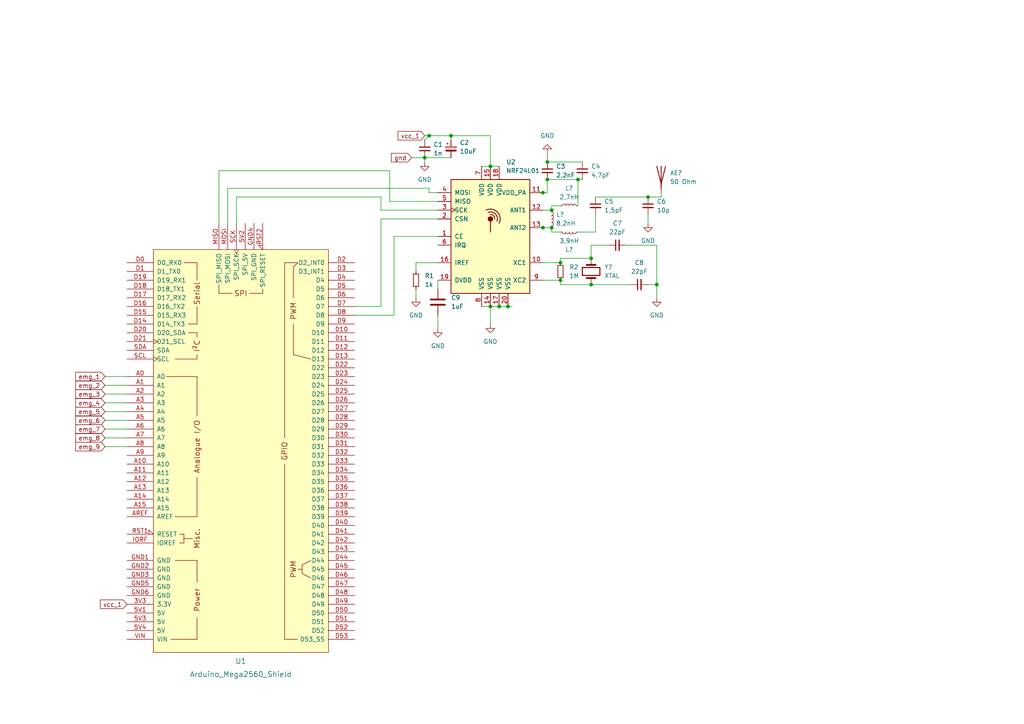
<source format=kicad_sch>
(kicad_sch (version 20211123) (generator eeschema)

  (uuid e63e39d7-6ac0-4ffd-8aa3-1841a4541b55)

  (paper "A4")

  (lib_symbols
    (symbol "Device:Antenna" (pin_numbers hide) (pin_names (offset 1.016) hide) (in_bom yes) (on_board yes)
      (property "Reference" "AE" (id 0) (at -1.905 1.905 0)
        (effects (font (size 1.27 1.27)) (justify right))
      )
      (property "Value" "Antenna" (id 1) (at -1.905 0 0)
        (effects (font (size 1.27 1.27)) (justify right))
      )
      (property "Footprint" "" (id 2) (at 0 0 0)
        (effects (font (size 1.27 1.27)) hide)
      )
      (property "Datasheet" "~" (id 3) (at 0 0 0)
        (effects (font (size 1.27 1.27)) hide)
      )
      (property "ki_keywords" "antenna" (id 4) (at 0 0 0)
        (effects (font (size 1.27 1.27)) hide)
      )
      (property "ki_description" "Antenna" (id 5) (at 0 0 0)
        (effects (font (size 1.27 1.27)) hide)
      )
      (symbol "Antenna_0_1"
        (polyline
          (pts
            (xy 0 2.54)
            (xy 0 -3.81)
          )
          (stroke (width 0.254) (type default) (color 0 0 0 0))
          (fill (type none))
        )
        (polyline
          (pts
            (xy 1.27 2.54)
            (xy 0 -2.54)
            (xy -1.27 2.54)
          )
          (stroke (width 0.254) (type default) (color 0 0 0 0))
          (fill (type none))
        )
      )
      (symbol "Antenna_1_1"
        (pin input line (at 0 -5.08 90) (length 2.54)
          (name "A" (effects (font (size 1.27 1.27))))
          (number "1" (effects (font (size 1.27 1.27))))
        )
      )
    )
    (symbol "Device:C" (pin_numbers hide) (pin_names (offset 0.254)) (in_bom yes) (on_board yes)
      (property "Reference" "C" (id 0) (at 0.635 2.54 0)
        (effects (font (size 1.27 1.27)) (justify left))
      )
      (property "Value" "C" (id 1) (at 0.635 -2.54 0)
        (effects (font (size 1.27 1.27)) (justify left))
      )
      (property "Footprint" "" (id 2) (at 0.9652 -3.81 0)
        (effects (font (size 1.27 1.27)) hide)
      )
      (property "Datasheet" "~" (id 3) (at 0 0 0)
        (effects (font (size 1.27 1.27)) hide)
      )
      (property "ki_keywords" "cap capacitor" (id 4) (at 0 0 0)
        (effects (font (size 1.27 1.27)) hide)
      )
      (property "ki_description" "Unpolarized capacitor" (id 5) (at 0 0 0)
        (effects (font (size 1.27 1.27)) hide)
      )
      (property "ki_fp_filters" "C_*" (id 6) (at 0 0 0)
        (effects (font (size 1.27 1.27)) hide)
      )
      (symbol "C_0_1"
        (polyline
          (pts
            (xy -2.032 -0.762)
            (xy 2.032 -0.762)
          )
          (stroke (width 0.508) (type default) (color 0 0 0 0))
          (fill (type none))
        )
        (polyline
          (pts
            (xy -2.032 0.762)
            (xy 2.032 0.762)
          )
          (stroke (width 0.508) (type default) (color 0 0 0 0))
          (fill (type none))
        )
      )
      (symbol "C_1_1"
        (pin passive line (at 0 3.81 270) (length 2.794)
          (name "~" (effects (font (size 1.27 1.27))))
          (number "1" (effects (font (size 1.27 1.27))))
        )
        (pin passive line (at 0 -3.81 90) (length 2.794)
          (name "~" (effects (font (size 1.27 1.27))))
          (number "2" (effects (font (size 1.27 1.27))))
        )
      )
    )
    (symbol "Device:C_Polarized_Small" (pin_numbers hide) (pin_names (offset 0.254) hide) (in_bom yes) (on_board yes)
      (property "Reference" "C" (id 0) (at 0.254 1.778 0)
        (effects (font (size 1.27 1.27)) (justify left))
      )
      (property "Value" "C_Polarized_Small" (id 1) (at 0.254 -2.032 0)
        (effects (font (size 1.27 1.27)) (justify left))
      )
      (property "Footprint" "" (id 2) (at 0 0 0)
        (effects (font (size 1.27 1.27)) hide)
      )
      (property "Datasheet" "~" (id 3) (at 0 0 0)
        (effects (font (size 1.27 1.27)) hide)
      )
      (property "ki_keywords" "cap capacitor" (id 4) (at 0 0 0)
        (effects (font (size 1.27 1.27)) hide)
      )
      (property "ki_description" "Polarized capacitor, small symbol" (id 5) (at 0 0 0)
        (effects (font (size 1.27 1.27)) hide)
      )
      (property "ki_fp_filters" "CP_*" (id 6) (at 0 0 0)
        (effects (font (size 1.27 1.27)) hide)
      )
      (symbol "C_Polarized_Small_0_1"
        (rectangle (start -1.524 -0.3048) (end 1.524 -0.6858)
          (stroke (width 0) (type default) (color 0 0 0 0))
          (fill (type outline))
        )
        (rectangle (start -1.524 0.6858) (end 1.524 0.3048)
          (stroke (width 0) (type default) (color 0 0 0 0))
          (fill (type none))
        )
        (polyline
          (pts
            (xy -1.27 1.524)
            (xy -0.762 1.524)
          )
          (stroke (width 0) (type default) (color 0 0 0 0))
          (fill (type none))
        )
        (polyline
          (pts
            (xy -1.016 1.27)
            (xy -1.016 1.778)
          )
          (stroke (width 0) (type default) (color 0 0 0 0))
          (fill (type none))
        )
      )
      (symbol "C_Polarized_Small_1_1"
        (pin passive line (at 0 2.54 270) (length 1.8542)
          (name "~" (effects (font (size 1.27 1.27))))
          (number "1" (effects (font (size 1.27 1.27))))
        )
        (pin passive line (at 0 -2.54 90) (length 1.8542)
          (name "~" (effects (font (size 1.27 1.27))))
          (number "2" (effects (font (size 1.27 1.27))))
        )
      )
    )
    (symbol "Device:C_Small" (pin_numbers hide) (pin_names (offset 0.254) hide) (in_bom yes) (on_board yes)
      (property "Reference" "C" (id 0) (at 0.254 1.778 0)
        (effects (font (size 1.27 1.27)) (justify left))
      )
      (property "Value" "C_Small" (id 1) (at 0.254 -2.032 0)
        (effects (font (size 1.27 1.27)) (justify left))
      )
      (property "Footprint" "" (id 2) (at 0 0 0)
        (effects (font (size 1.27 1.27)) hide)
      )
      (property "Datasheet" "~" (id 3) (at 0 0 0)
        (effects (font (size 1.27 1.27)) hide)
      )
      (property "ki_keywords" "capacitor cap" (id 4) (at 0 0 0)
        (effects (font (size 1.27 1.27)) hide)
      )
      (property "ki_description" "Unpolarized capacitor, small symbol" (id 5) (at 0 0 0)
        (effects (font (size 1.27 1.27)) hide)
      )
      (property "ki_fp_filters" "C_*" (id 6) (at 0 0 0)
        (effects (font (size 1.27 1.27)) hide)
      )
      (symbol "C_Small_0_1"
        (polyline
          (pts
            (xy -1.524 -0.508)
            (xy 1.524 -0.508)
          )
          (stroke (width 0.3302) (type default) (color 0 0 0 0))
          (fill (type none))
        )
        (polyline
          (pts
            (xy -1.524 0.508)
            (xy 1.524 0.508)
          )
          (stroke (width 0.3048) (type default) (color 0 0 0 0))
          (fill (type none))
        )
      )
      (symbol "C_Small_1_1"
        (pin passive line (at 0 2.54 270) (length 2.032)
          (name "~" (effects (font (size 1.27 1.27))))
          (number "1" (effects (font (size 1.27 1.27))))
        )
        (pin passive line (at 0 -2.54 90) (length 2.032)
          (name "~" (effects (font (size 1.27 1.27))))
          (number "2" (effects (font (size 1.27 1.27))))
        )
      )
    )
    (symbol "Device:Crystal" (pin_numbers hide) (pin_names (offset 1.016) hide) (in_bom yes) (on_board yes)
      (property "Reference" "Y" (id 0) (at 0 3.81 0)
        (effects (font (size 1.27 1.27)))
      )
      (property "Value" "Crystal" (id 1) (at 0 -3.81 0)
        (effects (font (size 1.27 1.27)))
      )
      (property "Footprint" "" (id 2) (at 0 0 0)
        (effects (font (size 1.27 1.27)) hide)
      )
      (property "Datasheet" "~" (id 3) (at 0 0 0)
        (effects (font (size 1.27 1.27)) hide)
      )
      (property "ki_keywords" "quartz ceramic resonator oscillator" (id 4) (at 0 0 0)
        (effects (font (size 1.27 1.27)) hide)
      )
      (property "ki_description" "Two pin crystal" (id 5) (at 0 0 0)
        (effects (font (size 1.27 1.27)) hide)
      )
      (property "ki_fp_filters" "Crystal*" (id 6) (at 0 0 0)
        (effects (font (size 1.27 1.27)) hide)
      )
      (symbol "Crystal_0_1"
        (rectangle (start -1.143 2.54) (end 1.143 -2.54)
          (stroke (width 0.3048) (type default) (color 0 0 0 0))
          (fill (type none))
        )
        (polyline
          (pts
            (xy -2.54 0)
            (xy -1.905 0)
          )
          (stroke (width 0) (type default) (color 0 0 0 0))
          (fill (type none))
        )
        (polyline
          (pts
            (xy -1.905 -1.27)
            (xy -1.905 1.27)
          )
          (stroke (width 0.508) (type default) (color 0 0 0 0))
          (fill (type none))
        )
        (polyline
          (pts
            (xy 1.905 -1.27)
            (xy 1.905 1.27)
          )
          (stroke (width 0.508) (type default) (color 0 0 0 0))
          (fill (type none))
        )
        (polyline
          (pts
            (xy 2.54 0)
            (xy 1.905 0)
          )
          (stroke (width 0) (type default) (color 0 0 0 0))
          (fill (type none))
        )
      )
      (symbol "Crystal_1_1"
        (pin passive line (at -3.81 0 0) (length 1.27)
          (name "1" (effects (font (size 1.27 1.27))))
          (number "1" (effects (font (size 1.27 1.27))))
        )
        (pin passive line (at 3.81 0 180) (length 1.27)
          (name "2" (effects (font (size 1.27 1.27))))
          (number "2" (effects (font (size 1.27 1.27))))
        )
      )
    )
    (symbol "Device:L_Small" (pin_numbers hide) (pin_names (offset 0.254) hide) (in_bom yes) (on_board yes)
      (property "Reference" "L" (id 0) (at 0.762 1.016 0)
        (effects (font (size 1.27 1.27)) (justify left))
      )
      (property "Value" "L_Small" (id 1) (at 0.762 -1.016 0)
        (effects (font (size 1.27 1.27)) (justify left))
      )
      (property "Footprint" "" (id 2) (at 0 0 0)
        (effects (font (size 1.27 1.27)) hide)
      )
      (property "Datasheet" "~" (id 3) (at 0 0 0)
        (effects (font (size 1.27 1.27)) hide)
      )
      (property "ki_keywords" "inductor choke coil reactor magnetic" (id 4) (at 0 0 0)
        (effects (font (size 1.27 1.27)) hide)
      )
      (property "ki_description" "Inductor, small symbol" (id 5) (at 0 0 0)
        (effects (font (size 1.27 1.27)) hide)
      )
      (property "ki_fp_filters" "Choke_* *Coil* Inductor_* L_*" (id 6) (at 0 0 0)
        (effects (font (size 1.27 1.27)) hide)
      )
      (symbol "L_Small_0_1"
        (arc (start 0 -2.032) (mid 0.508 -1.524) (end 0 -1.016)
          (stroke (width 0) (type default) (color 0 0 0 0))
          (fill (type none))
        )
        (arc (start 0 -1.016) (mid 0.508 -0.508) (end 0 0)
          (stroke (width 0) (type default) (color 0 0 0 0))
          (fill (type none))
        )
        (arc (start 0 0) (mid 0.508 0.508) (end 0 1.016)
          (stroke (width 0) (type default) (color 0 0 0 0))
          (fill (type none))
        )
        (arc (start 0 1.016) (mid 0.508 1.524) (end 0 2.032)
          (stroke (width 0) (type default) (color 0 0 0 0))
          (fill (type none))
        )
      )
      (symbol "L_Small_1_1"
        (pin passive line (at 0 2.54 270) (length 0.508)
          (name "~" (effects (font (size 1.27 1.27))))
          (number "1" (effects (font (size 1.27 1.27))))
        )
        (pin passive line (at 0 -2.54 90) (length 0.508)
          (name "~" (effects (font (size 1.27 1.27))))
          (number "2" (effects (font (size 1.27 1.27))))
        )
      )
    )
    (symbol "Device:R_Small" (pin_numbers hide) (pin_names (offset 0.254) hide) (in_bom yes) (on_board yes)
      (property "Reference" "R" (id 0) (at 0.762 0.508 0)
        (effects (font (size 1.27 1.27)) (justify left))
      )
      (property "Value" "R_Small" (id 1) (at 0.762 -1.016 0)
        (effects (font (size 1.27 1.27)) (justify left))
      )
      (property "Footprint" "" (id 2) (at 0 0 0)
        (effects (font (size 1.27 1.27)) hide)
      )
      (property "Datasheet" "~" (id 3) (at 0 0 0)
        (effects (font (size 1.27 1.27)) hide)
      )
      (property "ki_keywords" "R resistor" (id 4) (at 0 0 0)
        (effects (font (size 1.27 1.27)) hide)
      )
      (property "ki_description" "Resistor, small symbol" (id 5) (at 0 0 0)
        (effects (font (size 1.27 1.27)) hide)
      )
      (property "ki_fp_filters" "R_*" (id 6) (at 0 0 0)
        (effects (font (size 1.27 1.27)) hide)
      )
      (symbol "R_Small_0_1"
        (rectangle (start -0.762 1.778) (end 0.762 -1.778)
          (stroke (width 0.2032) (type default) (color 0 0 0 0))
          (fill (type none))
        )
      )
      (symbol "R_Small_1_1"
        (pin passive line (at 0 2.54 270) (length 0.762)
          (name "~" (effects (font (size 1.27 1.27))))
          (number "1" (effects (font (size 1.27 1.27))))
        )
        (pin passive line (at 0 -2.54 90) (length 0.762)
          (name "~" (effects (font (size 1.27 1.27))))
          (number "2" (effects (font (size 1.27 1.27))))
        )
      )
    )
    (symbol "RF:NRF24L01" (pin_names (offset 1.016)) (in_bom yes) (on_board yes)
      (property "Reference" "U" (id 0) (at -11.43 17.78 0)
        (effects (font (size 1.27 1.27)) (justify left))
      )
      (property "Value" "NRF24L01" (id 1) (at 5.08 17.78 0)
        (effects (font (size 1.27 1.27)) (justify left))
      )
      (property "Footprint" "Package_DFN_QFN:QFN-20-1EP_4x4mm_P0.5mm_EP2.5x2.5mm" (id 2) (at 5.08 20.32 0)
        (effects (font (size 1.27 1.27) italic) (justify left) hide)
      )
      (property "Datasheet" "http://www.nordicsemi.com/eng/content/download/2730/34105/file/nRF24L01_Product_Specification_v2_0.pdf" (id 3) (at 0 2.54 0)
        (effects (font (size 1.27 1.27)) hide)
      )
      (property "ki_keywords" "Low Power RF Transciever" (id 4) (at 0 0 0)
        (effects (font (size 1.27 1.27)) hide)
      )
      (property "ki_description" "Ultra low power 2.4GHz RF Transceiver, QFN-20" (id 5) (at 0 0 0)
        (effects (font (size 1.27 1.27)) hide)
      )
      (property "ki_fp_filters" "QFN*4x4*0.5mm*" (id 6) (at 0 0 0)
        (effects (font (size 1.27 1.27)) hide)
      )
      (symbol "NRF24L01_0_1"
        (rectangle (start -11.43 16.51) (end 11.43 -16.51)
          (stroke (width 0.254) (type default) (color 0 0 0 0))
          (fill (type background))
        )
        (polyline
          (pts
            (xy 0 4.445)
            (xy 0 1.27)
          )
          (stroke (width 0.254) (type default) (color 0 0 0 0))
          (fill (type none))
        )
        (circle (center 0 5.08) (radius 0.635)
          (stroke (width 0.254) (type default) (color 0 0 0 0))
          (fill (type outline))
        )
        (arc (start 1.27 5.08) (mid 0.9109 5.9909) (end 0 6.35)
          (stroke (width 0.254) (type default) (color 0 0 0 0))
          (fill (type none))
        )
        (arc (start 1.905 4.445) (mid 1.4383 6.5183) (end -0.635 6.985)
          (stroke (width 0.254) (type default) (color 0 0 0 0))
          (fill (type none))
        )
        (arc (start 2.54 3.81) (mid 2.008 7.088) (end -1.27 7.62)
          (stroke (width 0.254) (type default) (color 0 0 0 0))
          (fill (type none))
        )
        (rectangle (start 11.43 -13.97) (end 11.43 -13.97)
          (stroke (width 0) (type default) (color 0 0 0 0))
          (fill (type none))
        )
      )
      (symbol "NRF24L01_1_1"
        (pin input line (at -15.24 0 0) (length 3.81)
          (name "CE" (effects (font (size 1.27 1.27))))
          (number "1" (effects (font (size 1.27 1.27))))
        )
        (pin passive line (at 15.24 -7.62 180) (length 3.81)
          (name "XC1" (effects (font (size 1.27 1.27))))
          (number "10" (effects (font (size 1.27 1.27))))
        )
        (pin power_out line (at 15.24 12.7 180) (length 3.81)
          (name "VDD_PA" (effects (font (size 1.27 1.27))))
          (number "11" (effects (font (size 1.27 1.27))))
        )
        (pin passive line (at 15.24 7.62 180) (length 3.81)
          (name "ANT1" (effects (font (size 1.27 1.27))))
          (number "12" (effects (font (size 1.27 1.27))))
        )
        (pin passive line (at 15.24 2.54 180) (length 3.81)
          (name "ANT2" (effects (font (size 1.27 1.27))))
          (number "13" (effects (font (size 1.27 1.27))))
        )
        (pin power_in line (at 0 -20.32 90) (length 3.81)
          (name "VSS" (effects (font (size 1.27 1.27))))
          (number "14" (effects (font (size 1.27 1.27))))
        )
        (pin power_in line (at 0 20.32 270) (length 3.81)
          (name "VDD" (effects (font (size 1.27 1.27))))
          (number "15" (effects (font (size 1.27 1.27))))
        )
        (pin passive line (at -15.24 -7.62 0) (length 3.81)
          (name "IREF" (effects (font (size 1.27 1.27))))
          (number "16" (effects (font (size 1.27 1.27))))
        )
        (pin power_in line (at 2.54 -20.32 90) (length 3.81)
          (name "VSS" (effects (font (size 1.27 1.27))))
          (number "17" (effects (font (size 1.27 1.27))))
        )
        (pin power_in line (at 2.54 20.32 270) (length 3.81)
          (name "VDD" (effects (font (size 1.27 1.27))))
          (number "18" (effects (font (size 1.27 1.27))))
        )
        (pin power_out line (at -15.24 -12.7 0) (length 3.81)
          (name "DVDD" (effects (font (size 1.27 1.27))))
          (number "19" (effects (font (size 1.27 1.27))))
        )
        (pin input line (at -15.24 5.08 0) (length 3.81)
          (name "CSN" (effects (font (size 1.27 1.27))))
          (number "2" (effects (font (size 1.27 1.27))))
        )
        (pin power_in line (at 5.08 -20.32 90) (length 3.81)
          (name "VSS" (effects (font (size 1.27 1.27))))
          (number "20" (effects (font (size 1.27 1.27))))
        )
        (pin input clock (at -15.24 7.62 0) (length 3.81)
          (name "SCK" (effects (font (size 1.27 1.27))))
          (number "3" (effects (font (size 1.27 1.27))))
        )
        (pin input line (at -15.24 12.7 0) (length 3.81)
          (name "MOSI" (effects (font (size 1.27 1.27))))
          (number "4" (effects (font (size 1.27 1.27))))
        )
        (pin output line (at -15.24 10.16 0) (length 3.81)
          (name "MISO" (effects (font (size 1.27 1.27))))
          (number "5" (effects (font (size 1.27 1.27))))
        )
        (pin output line (at -15.24 -2.54 0) (length 3.81)
          (name "IRQ" (effects (font (size 1.27 1.27))))
          (number "6" (effects (font (size 1.27 1.27))))
        )
        (pin power_in line (at -2.54 20.32 270) (length 3.81)
          (name "VDD" (effects (font (size 1.27 1.27))))
          (number "7" (effects (font (size 1.27 1.27))))
        )
        (pin power_in line (at -2.54 -20.32 90) (length 3.81)
          (name "VSS" (effects (font (size 1.27 1.27))))
          (number "8" (effects (font (size 1.27 1.27))))
        )
        (pin passive line (at 15.24 -12.7 180) (length 3.81)
          (name "XC2" (effects (font (size 1.27 1.27))))
          (number "9" (effects (font (size 1.27 1.27))))
        )
      )
    )
    (symbol "arduino:Arduino_Mega2560_Shield" (pin_names (offset 1.016)) (in_bom yes) (on_board yes)
      (property "Reference" "XA" (id 0) (at 2.54 0 90)
        (effects (font (size 1.524 1.524)))
      )
      (property "Value" "Arduino_Mega2560_Shield" (id 1) (at -2.54 0 90)
        (effects (font (size 1.524 1.524)))
      )
      (property "Footprint" "" (id 2) (at 17.78 69.85 0)
        (effects (font (size 1.524 1.524)) hide)
      )
      (property "Datasheet" "https://store.arduino.cc/arduino-mega-2560-rev3" (id 3) (at 17.78 69.85 0)
        (effects (font (size 1.524 1.524)) hide)
      )
      (property "ki_keywords" "Arduino MPU Shield" (id 4) (at 0 0 0)
        (effects (font (size 1.27 1.27)) hide)
      )
      (property "ki_description" "Shield for Arduino Mega 2560" (id 5) (at 0 0 0)
        (effects (font (size 1.27 1.27)) hide)
      )
      (property "ki_fp_filters" "Arduino_Mega2560_Shield" (id 6) (at 0 0 0)
        (effects (font (size 1.27 1.27)) hide)
      )
      (symbol "Arduino_Mega2560_Shield_0_0"
        (rectangle (start -25.4 -58.42) (end 25.4 58.42)
          (stroke (width 0) (type default) (color 0 0 0 0))
          (fill (type background))
        )
        (rectangle (start -20.32 -54.61) (end -12.7 -54.61)
          (stroke (width 0) (type default) (color 0 0 0 0))
          (fill (type none))
        )
        (rectangle (start -19.05 -31.75) (end -12.7 -31.75)
          (stroke (width 0) (type default) (color 0 0 0 0))
          (fill (type none))
        )
        (rectangle (start -19.05 -19.05) (end -12.7 -19.05)
          (stroke (width 0) (type default) (color 0 0 0 0))
          (fill (type none))
        )
        (rectangle (start -19.05 26.67) (end -12.7 26.67)
          (stroke (width 0) (type default) (color 0 0 0 0))
          (fill (type none))
        )
        (rectangle (start -17.78 -26.67) (end -16.51 -26.67)
          (stroke (width 0) (type default) (color 0 0 0 0))
          (fill (type none))
        )
        (rectangle (start -17.78 -24.13) (end -16.51 -24.13)
          (stroke (width 0) (type default) (color 0 0 0 0))
          (fill (type none))
        )
        (rectangle (start -16.51 -25.4) (end -13.97 -25.4)
          (stroke (width 0) (type default) (color 0 0 0 0))
          (fill (type none))
        )
        (rectangle (start -16.51 -24.13) (end -16.51 -26.67)
          (stroke (width 0) (type default) (color 0 0 0 0))
          (fill (type none))
        )
        (rectangle (start -16.51 54.61) (end -12.7 54.61)
          (stroke (width 0) (type default) (color 0 0 0 0))
          (fill (type none))
        )
        (rectangle (start -15.24 34.29) (end -12.7 34.29)
          (stroke (width 0) (type default) (color 0 0 0 0))
          (fill (type none))
        )
        (rectangle (start -15.24 36.83) (end -12.7 36.83)
          (stroke (width 0) (type default) (color 0 0 0 0))
          (fill (type none))
        )
        (rectangle (start -12.7 -54.61) (end -12.7 -48.26)
          (stroke (width 0) (type default) (color 0 0 0 0))
          (fill (type none))
        )
        (rectangle (start -12.7 -31.75) (end -12.7 -38.1)
          (stroke (width 0) (type default) (color 0 0 0 0))
          (fill (type none))
        )
        (rectangle (start -12.7 26.67) (end -12.7 27.94)
          (stroke (width 0) (type default) (color 0 0 0 0))
          (fill (type none))
        )
        (rectangle (start -12.7 34.29) (end -12.7 33.02)
          (stroke (width 0) (type default) (color 0 0 0 0))
          (fill (type none))
        )
        (rectangle (start -12.7 41.91) (end -12.7 36.83)
          (stroke (width 0) (type default) (color 0 0 0 0))
          (fill (type none))
        )
        (rectangle (start -12.7 49.53) (end -12.7 54.61)
          (stroke (width 0) (type default) (color 0 0 0 0))
          (fill (type none))
        )
        (rectangle (start -6.35 48.26) (end -6.35 45.72)
          (stroke (width 0) (type default) (color 0 0 0 0))
          (fill (type none))
        )
        (rectangle (start -2.54 45.72) (end -6.35 45.72)
          (stroke (width 0) (type default) (color 0 0 0 0))
          (fill (type none))
        )
        (polyline
          (pts
            (xy -21.59 21.59)
            (xy -12.7 21.59)
          )
          (stroke (width 0) (type default) (color 0 0 0 0))
          (fill (type none))
        )
        (polyline
          (pts
            (xy -12.7 -19.05)
            (xy -12.7 -7.62)
          )
          (stroke (width 0) (type default) (color 0 0 0 0))
          (fill (type none))
        )
        (polyline
          (pts
            (xy -12.7 10.16)
            (xy -12.7 21.59)
          )
          (stroke (width 0) (type default) (color 0 0 0 0))
          (fill (type none))
        )
        (polyline
          (pts
            (xy 12.7 -54.61)
            (xy 16.51 -54.61)
          )
          (stroke (width 0) (type default) (color 0 0 0 0))
          (fill (type none))
        )
        (polyline
          (pts
            (xy 12.7 54.61)
            (xy 16.51 54.61)
          )
          (stroke (width 0) (type default) (color 0 0 0 0))
          (fill (type none))
        )
        (polyline
          (pts
            (xy 17.78 -34.29)
            (xy 16.51 -34.29)
          )
          (stroke (width 0) (type default) (color 0 0 0 0))
          (fill (type none))
        )
        (polyline
          (pts
            (xy 15.24 36.83)
            (xy 15.24 27.94)
            (xy 20.32 26.67)
          )
          (stroke (width 0) (type default) (color 0 0 0 0))
          (fill (type none))
        )
        (polyline
          (pts
            (xy 15.24 44.45)
            (xy 15.24 53.34)
            (xy 16.51 54.61)
          )
          (stroke (width 0) (type default) (color 0 0 0 0))
          (fill (type none))
        )
        (polyline
          (pts
            (xy 20.32 -31.75)
            (xy 17.78 -33.02)
            (xy 17.78 -35.56)
            (xy 20.32 -36.83)
          )
          (stroke (width 0) (type default) (color 0 0 0 0))
          (fill (type none))
        )
        (rectangle (start 6.35 45.72) (end 2.54 45.72)
          (stroke (width 0) (type default) (color 0 0 0 0))
          (fill (type none))
        )
        (rectangle (start 6.35 46.99) (end 6.35 45.72)
          (stroke (width 0) (type default) (color 0 0 0 0))
          (fill (type none))
        )
        (text "Analogue I/O" (at -12.7 1.27 900)
          (effects (font (size 1.524 1.524)))
        )
        (text "I²C" (at -12.7 30.48 900)
          (effects (font (size 1.524 1.524)))
        )
        (text "Misc." (at -12.7 -25.4 900)
          (effects (font (size 1.524 1.524)))
        )
        (text "Power" (at -12.7 -43.18 900)
          (effects (font (size 1.524 1.524)))
        )
        (text "PWM" (at 15.24 -34.29 900)
          (effects (font (size 1.524 1.524)))
        )
        (text "PWM" (at 15.24 40.64 900)
          (effects (font (size 1.524 1.524)))
        )
        (text "Serial" (at -12.7 45.72 900)
          (effects (font (size 1.524 1.524)))
        )
        (text "SPI" (at 0 45.72 0)
          (effects (font (size 1.524 1.524)))
        )
      )
      (symbol "Arduino_Mega2560_Shield_1_0"
        (rectangle (start 12.7 -54.61) (end 12.7 -3.81)
          (stroke (width 0) (type default) (color 0 0 0 0))
          (fill (type none))
        )
        (rectangle (start 12.7 54.61) (end 12.7 3.81)
          (stroke (width 0) (type default) (color 0 0 0 0))
          (fill (type none))
        )
        (text "GPIO" (at 12.7 0 900)
          (effects (font (size 1.524 1.524)))
        )
      )
      (symbol "Arduino_Mega2560_Shield_1_1"
        (pin power_in line (at -33.02 -44.45 0) (length 7.62)
          (name "3.3V" (effects (font (size 1.27 1.27))))
          (number "3V3" (effects (font (size 1.27 1.27))))
        )
        (pin power_in line (at -33.02 -46.99 0) (length 7.62)
          (name "5V" (effects (font (size 1.27 1.27))))
          (number "5V1" (effects (font (size 1.27 1.27))))
        )
        (pin power_in line (at 1.27 66.04 270) (length 7.62)
          (name "SPI_5V" (effects (font (size 1.27 1.27))))
          (number "5V2" (effects (font (size 1.27 1.27))))
        )
        (pin power_in line (at -33.02 -49.53 0) (length 7.62)
          (name "5V" (effects (font (size 1.27 1.27))))
          (number "5V3" (effects (font (size 1.27 1.27))))
        )
        (pin power_in line (at -33.02 -52.07 0) (length 7.62)
          (name "5V" (effects (font (size 1.27 1.27))))
          (number "5V4" (effects (font (size 1.27 1.27))))
        )
        (pin bidirectional line (at -33.02 21.59 0) (length 7.62)
          (name "A0" (effects (font (size 1.27 1.27))))
          (number "A0" (effects (font (size 1.27 1.27))))
        )
        (pin bidirectional line (at -33.02 19.05 0) (length 7.62)
          (name "A1" (effects (font (size 1.27 1.27))))
          (number "A1" (effects (font (size 1.27 1.27))))
        )
        (pin bidirectional line (at -33.02 -3.81 0) (length 7.62)
          (name "A10" (effects (font (size 1.27 1.27))))
          (number "A10" (effects (font (size 1.27 1.27))))
        )
        (pin bidirectional line (at -33.02 -6.35 0) (length 7.62)
          (name "A11" (effects (font (size 1.27 1.27))))
          (number "A11" (effects (font (size 1.27 1.27))))
        )
        (pin bidirectional line (at -33.02 -8.89 0) (length 7.62)
          (name "A12" (effects (font (size 1.27 1.27))))
          (number "A12" (effects (font (size 1.27 1.27))))
        )
        (pin bidirectional line (at -33.02 -11.43 0) (length 7.62)
          (name "A13" (effects (font (size 1.27 1.27))))
          (number "A13" (effects (font (size 1.27 1.27))))
        )
        (pin bidirectional line (at -33.02 -13.97 0) (length 7.62)
          (name "A14" (effects (font (size 1.27 1.27))))
          (number "A14" (effects (font (size 1.27 1.27))))
        )
        (pin bidirectional line (at -33.02 -16.51 0) (length 7.62)
          (name "A15" (effects (font (size 1.27 1.27))))
          (number "A15" (effects (font (size 1.27 1.27))))
        )
        (pin bidirectional line (at -33.02 16.51 0) (length 7.62)
          (name "A2" (effects (font (size 1.27 1.27))))
          (number "A2" (effects (font (size 1.27 1.27))))
        )
        (pin bidirectional line (at -33.02 13.97 0) (length 7.62)
          (name "A3" (effects (font (size 1.27 1.27))))
          (number "A3" (effects (font (size 1.27 1.27))))
        )
        (pin bidirectional line (at -33.02 11.43 0) (length 7.62)
          (name "A4" (effects (font (size 1.27 1.27))))
          (number "A4" (effects (font (size 1.27 1.27))))
        )
        (pin bidirectional line (at -33.02 8.89 0) (length 7.62)
          (name "A5" (effects (font (size 1.27 1.27))))
          (number "A5" (effects (font (size 1.27 1.27))))
        )
        (pin bidirectional line (at -33.02 6.35 0) (length 7.62)
          (name "A6" (effects (font (size 1.27 1.27))))
          (number "A6" (effects (font (size 1.27 1.27))))
        )
        (pin bidirectional line (at -33.02 3.81 0) (length 7.62)
          (name "A7" (effects (font (size 1.27 1.27))))
          (number "A7" (effects (font (size 1.27 1.27))))
        )
        (pin bidirectional line (at -33.02 1.27 0) (length 7.62)
          (name "A8" (effects (font (size 1.27 1.27))))
          (number "A8" (effects (font (size 1.27 1.27))))
        )
        (pin bidirectional line (at -33.02 -1.27 0) (length 7.62)
          (name "A9" (effects (font (size 1.27 1.27))))
          (number "A9" (effects (font (size 1.27 1.27))))
        )
        (pin input line (at -33.02 -19.05 0) (length 7.62)
          (name "AREF" (effects (font (size 1.27 1.27))))
          (number "AREF" (effects (font (size 1.27 1.27))))
        )
        (pin bidirectional line (at -33.02 54.61 0) (length 7.62)
          (name "D0_RX0" (effects (font (size 1.27 1.27))))
          (number "D0" (effects (font (size 1.27 1.27))))
        )
        (pin bidirectional line (at -33.02 52.07 0) (length 7.62)
          (name "D1_TX0" (effects (font (size 1.27 1.27))))
          (number "D1" (effects (font (size 1.27 1.27))))
        )
        (pin bidirectional line (at 33.02 34.29 180) (length 7.62)
          (name "D10" (effects (font (size 1.27 1.27))))
          (number "D10" (effects (font (size 1.27 1.27))))
        )
        (pin bidirectional line (at 33.02 31.75 180) (length 7.62)
          (name "D11" (effects (font (size 1.27 1.27))))
          (number "D11" (effects (font (size 1.27 1.27))))
        )
        (pin bidirectional line (at 33.02 29.21 180) (length 7.62)
          (name "D12" (effects (font (size 1.27 1.27))))
          (number "D12" (effects (font (size 1.27 1.27))))
        )
        (pin bidirectional line (at 33.02 26.67 180) (length 7.62)
          (name "D13" (effects (font (size 1.27 1.27))))
          (number "D13" (effects (font (size 1.27 1.27))))
        )
        (pin bidirectional line (at -33.02 36.83 0) (length 7.62)
          (name "D14_TX3" (effects (font (size 1.27 1.27))))
          (number "D14" (effects (font (size 1.27 1.27))))
        )
        (pin bidirectional line (at -33.02 39.37 0) (length 7.62)
          (name "D15_RX3" (effects (font (size 1.27 1.27))))
          (number "D15" (effects (font (size 1.27 1.27))))
        )
        (pin bidirectional line (at -33.02 41.91 0) (length 7.62)
          (name "D16_TX2" (effects (font (size 1.27 1.27))))
          (number "D16" (effects (font (size 1.27 1.27))))
        )
        (pin bidirectional line (at -33.02 44.45 0) (length 7.62)
          (name "D17_RX2" (effects (font (size 1.27 1.27))))
          (number "D17" (effects (font (size 1.27 1.27))))
        )
        (pin bidirectional line (at -33.02 46.99 0) (length 7.62)
          (name "D18_TX1" (effects (font (size 1.27 1.27))))
          (number "D18" (effects (font (size 1.27 1.27))))
        )
        (pin bidirectional line (at -33.02 49.53 0) (length 7.62)
          (name "D19_RX1" (effects (font (size 1.27 1.27))))
          (number "D19" (effects (font (size 1.27 1.27))))
        )
        (pin bidirectional line (at 33.02 54.61 180) (length 7.62)
          (name "D2_INT0" (effects (font (size 1.27 1.27))))
          (number "D2" (effects (font (size 1.27 1.27))))
        )
        (pin bidirectional line (at -33.02 34.29 0) (length 7.62)
          (name "D20_SDA" (effects (font (size 1.27 1.27))))
          (number "D20" (effects (font (size 1.27 1.27))))
        )
        (pin bidirectional clock (at -33.02 31.75 0) (length 7.62)
          (name "D21_SCL" (effects (font (size 1.27 1.27))))
          (number "D21" (effects (font (size 1.27 1.27))))
        )
        (pin bidirectional line (at 33.02 24.13 180) (length 7.62)
          (name "D22" (effects (font (size 1.27 1.27))))
          (number "D22" (effects (font (size 1.27 1.27))))
        )
        (pin bidirectional line (at 33.02 21.59 180) (length 7.62)
          (name "D23" (effects (font (size 1.27 1.27))))
          (number "D23" (effects (font (size 1.27 1.27))))
        )
        (pin bidirectional line (at 33.02 19.05 180) (length 7.62)
          (name "D24" (effects (font (size 1.27 1.27))))
          (number "D24" (effects (font (size 1.27 1.27))))
        )
        (pin bidirectional line (at 33.02 16.51 180) (length 7.62)
          (name "D25" (effects (font (size 1.27 1.27))))
          (number "D25" (effects (font (size 1.27 1.27))))
        )
        (pin bidirectional line (at 33.02 13.97 180) (length 7.62)
          (name "D26" (effects (font (size 1.27 1.27))))
          (number "D26" (effects (font (size 1.27 1.27))))
        )
        (pin bidirectional line (at 33.02 11.43 180) (length 7.62)
          (name "D27" (effects (font (size 1.27 1.27))))
          (number "D27" (effects (font (size 1.27 1.27))))
        )
        (pin bidirectional line (at 33.02 8.89 180) (length 7.62)
          (name "D28" (effects (font (size 1.27 1.27))))
          (number "D28" (effects (font (size 1.27 1.27))))
        )
        (pin bidirectional line (at 33.02 6.35 180) (length 7.62)
          (name "D29" (effects (font (size 1.27 1.27))))
          (number "D29" (effects (font (size 1.27 1.27))))
        )
        (pin bidirectional line (at 33.02 52.07 180) (length 7.62)
          (name "D3_INT1" (effects (font (size 1.27 1.27))))
          (number "D3" (effects (font (size 1.27 1.27))))
        )
        (pin bidirectional line (at 33.02 3.81 180) (length 7.62)
          (name "D30" (effects (font (size 1.27 1.27))))
          (number "D30" (effects (font (size 1.27 1.27))))
        )
        (pin bidirectional line (at 33.02 1.27 180) (length 7.62)
          (name "D31" (effects (font (size 1.27 1.27))))
          (number "D31" (effects (font (size 1.27 1.27))))
        )
        (pin bidirectional line (at 33.02 -1.27 180) (length 7.62)
          (name "D32" (effects (font (size 1.27 1.27))))
          (number "D32" (effects (font (size 1.27 1.27))))
        )
        (pin bidirectional line (at 33.02 -3.81 180) (length 7.62)
          (name "D33" (effects (font (size 1.27 1.27))))
          (number "D33" (effects (font (size 1.27 1.27))))
        )
        (pin bidirectional line (at 33.02 -6.35 180) (length 7.62)
          (name "D34" (effects (font (size 1.27 1.27))))
          (number "D34" (effects (font (size 1.27 1.27))))
        )
        (pin bidirectional line (at 33.02 -8.89 180) (length 7.62)
          (name "D35" (effects (font (size 1.27 1.27))))
          (number "D35" (effects (font (size 1.27 1.27))))
        )
        (pin bidirectional line (at 33.02 -11.43 180) (length 7.62)
          (name "D36" (effects (font (size 1.27 1.27))))
          (number "D36" (effects (font (size 1.27 1.27))))
        )
        (pin bidirectional line (at 33.02 -13.97 180) (length 7.62)
          (name "D37" (effects (font (size 1.27 1.27))))
          (number "D37" (effects (font (size 1.27 1.27))))
        )
        (pin bidirectional line (at 33.02 -16.51 180) (length 7.62)
          (name "D38" (effects (font (size 1.27 1.27))))
          (number "D38" (effects (font (size 1.27 1.27))))
        )
        (pin bidirectional line (at 33.02 -19.05 180) (length 7.62)
          (name "D39" (effects (font (size 1.27 1.27))))
          (number "D39" (effects (font (size 1.27 1.27))))
        )
        (pin bidirectional line (at 33.02 49.53 180) (length 7.62)
          (name "D4" (effects (font (size 1.27 1.27))))
          (number "D4" (effects (font (size 1.27 1.27))))
        )
        (pin bidirectional line (at 33.02 -21.59 180) (length 7.62)
          (name "D40" (effects (font (size 1.27 1.27))))
          (number "D40" (effects (font (size 1.27 1.27))))
        )
        (pin bidirectional line (at 33.02 -24.13 180) (length 7.62)
          (name "D41" (effects (font (size 1.27 1.27))))
          (number "D41" (effects (font (size 1.27 1.27))))
        )
        (pin bidirectional line (at 33.02 -26.67 180) (length 7.62)
          (name "D42" (effects (font (size 1.27 1.27))))
          (number "D42" (effects (font (size 1.27 1.27))))
        )
        (pin bidirectional line (at 33.02 -29.21 180) (length 7.62)
          (name "D43" (effects (font (size 1.27 1.27))))
          (number "D43" (effects (font (size 1.27 1.27))))
        )
        (pin bidirectional line (at 33.02 -31.75 180) (length 7.62)
          (name "D44" (effects (font (size 1.27 1.27))))
          (number "D44" (effects (font (size 1.27 1.27))))
        )
        (pin bidirectional line (at 33.02 -34.29 180) (length 7.62)
          (name "D45" (effects (font (size 1.27 1.27))))
          (number "D45" (effects (font (size 1.27 1.27))))
        )
        (pin bidirectional line (at 33.02 -36.83 180) (length 7.62)
          (name "D46" (effects (font (size 1.27 1.27))))
          (number "D46" (effects (font (size 1.27 1.27))))
        )
        (pin bidirectional line (at 33.02 -39.37 180) (length 7.62)
          (name "D47" (effects (font (size 1.27 1.27))))
          (number "D47" (effects (font (size 1.27 1.27))))
        )
        (pin bidirectional line (at 33.02 -41.91 180) (length 7.62)
          (name "D48" (effects (font (size 1.27 1.27))))
          (number "D48" (effects (font (size 1.27 1.27))))
        )
        (pin bidirectional line (at 33.02 -44.45 180) (length 7.62)
          (name "D49" (effects (font (size 1.27 1.27))))
          (number "D49" (effects (font (size 1.27 1.27))))
        )
        (pin bidirectional line (at 33.02 46.99 180) (length 7.62)
          (name "D5" (effects (font (size 1.27 1.27))))
          (number "D5" (effects (font (size 1.27 1.27))))
        )
        (pin bidirectional line (at 33.02 -46.99 180) (length 7.62)
          (name "D50" (effects (font (size 1.27 1.27))))
          (number "D50" (effects (font (size 1.27 1.27))))
        )
        (pin bidirectional line (at 33.02 -49.53 180) (length 7.62)
          (name "D51" (effects (font (size 1.27 1.27))))
          (number "D51" (effects (font (size 1.27 1.27))))
        )
        (pin bidirectional line (at 33.02 -52.07 180) (length 7.62)
          (name "D52" (effects (font (size 1.27 1.27))))
          (number "D52" (effects (font (size 1.27 1.27))))
        )
        (pin bidirectional line (at 33.02 -54.61 180) (length 7.62)
          (name "D53_SS" (effects (font (size 1.27 1.27))))
          (number "D53" (effects (font (size 1.27 1.27))))
        )
        (pin bidirectional line (at 33.02 44.45 180) (length 7.62)
          (name "D6" (effects (font (size 1.27 1.27))))
          (number "D6" (effects (font (size 1.27 1.27))))
        )
        (pin bidirectional line (at 33.02 41.91 180) (length 7.62)
          (name "D7" (effects (font (size 1.27 1.27))))
          (number "D7" (effects (font (size 1.27 1.27))))
        )
        (pin bidirectional line (at 33.02 39.37 180) (length 7.62)
          (name "D8" (effects (font (size 1.27 1.27))))
          (number "D8" (effects (font (size 1.27 1.27))))
        )
        (pin bidirectional line (at 33.02 36.83 180) (length 7.62)
          (name "D9" (effects (font (size 1.27 1.27))))
          (number "D9" (effects (font (size 1.27 1.27))))
        )
        (pin power_in line (at -33.02 -31.75 0) (length 7.62)
          (name "GND" (effects (font (size 1.27 1.27))))
          (number "GND1" (effects (font (size 1.27 1.27))))
        )
        (pin power_in line (at -33.02 -34.29 0) (length 7.62)
          (name "GND" (effects (font (size 1.27 1.27))))
          (number "GND2" (effects (font (size 1.27 1.27))))
        )
        (pin power_in line (at -33.02 -36.83 0) (length 7.62)
          (name "GND" (effects (font (size 1.27 1.27))))
          (number "GND3" (effects (font (size 1.27 1.27))))
        )
        (pin power_in line (at 3.81 66.04 270) (length 7.62)
          (name "SPI_GND" (effects (font (size 1.27 1.27))))
          (number "GND4" (effects (font (size 1.27 1.27))))
        )
        (pin power_in line (at -33.02 -39.37 0) (length 7.62)
          (name "GND" (effects (font (size 1.27 1.27))))
          (number "GND5" (effects (font (size 1.27 1.27))))
        )
        (pin power_in line (at -33.02 -41.91 0) (length 7.62)
          (name "GND" (effects (font (size 1.27 1.27))))
          (number "GND6" (effects (font (size 1.27 1.27))))
        )
        (pin output line (at -33.02 -26.67 0) (length 7.62)
          (name "IOREF" (effects (font (size 1.27 1.27))))
          (number "IORF" (effects (font (size 1.27 1.27))))
        )
        (pin input line (at -6.35 66.04 270) (length 7.62)
          (name "SPI_MISO" (effects (font (size 1.27 1.27))))
          (number "MISO" (effects (font (size 1.27 1.27))))
        )
        (pin output line (at -3.81 66.04 270) (length 7.62)
          (name "SPI_MOSI" (effects (font (size 1.27 1.27))))
          (number "MOSI" (effects (font (size 1.27 1.27))))
        )
        (pin open_collector input_low (at -33.02 -24.13 0) (length 7.62)
          (name "RESET" (effects (font (size 1.27 1.27))))
          (number "RST1" (effects (font (size 1.27 1.27))))
        )
        (pin open_collector input_low (at 6.35 66.04 270) (length 7.62)
          (name "SPI_RESET" (effects (font (size 1.27 1.27))))
          (number "RST2" (effects (font (size 1.27 1.27))))
        )
        (pin output clock (at -1.27 66.04 270) (length 7.62)
          (name "SPI_SCK" (effects (font (size 1.27 1.27))))
          (number "SCK" (effects (font (size 1.27 1.27))))
        )
        (pin bidirectional clock (at -33.02 26.67 0) (length 7.62)
          (name "SCL" (effects (font (size 1.27 1.27))))
          (number "SCL" (effects (font (size 1.27 1.27))))
        )
        (pin bidirectional line (at -33.02 29.21 0) (length 7.62)
          (name "SDA" (effects (font (size 1.27 1.27))))
          (number "SDA" (effects (font (size 1.27 1.27))))
        )
        (pin power_in line (at -33.02 -54.61 0) (length 7.62)
          (name "VIN" (effects (font (size 1.27 1.27))))
          (number "VIN" (effects (font (size 1.27 1.27))))
        )
      )
    )
    (symbol "power:GND" (power) (pin_names (offset 0)) (in_bom yes) (on_board yes)
      (property "Reference" "#PWR" (id 0) (at 0 -6.35 0)
        (effects (font (size 1.27 1.27)) hide)
      )
      (property "Value" "GND" (id 1) (at 0 -3.81 0)
        (effects (font (size 1.27 1.27)))
      )
      (property "Footprint" "" (id 2) (at 0 0 0)
        (effects (font (size 1.27 1.27)) hide)
      )
      (property "Datasheet" "" (id 3) (at 0 0 0)
        (effects (font (size 1.27 1.27)) hide)
      )
      (property "ki_keywords" "power-flag" (id 4) (at 0 0 0)
        (effects (font (size 1.27 1.27)) hide)
      )
      (property "ki_description" "Power symbol creates a global label with name \"GND\" , ground" (id 5) (at 0 0 0)
        (effects (font (size 1.27 1.27)) hide)
      )
      (symbol "GND_0_1"
        (polyline
          (pts
            (xy 0 0)
            (xy 0 -1.27)
            (xy 1.27 -1.27)
            (xy 0 -2.54)
            (xy -1.27 -1.27)
            (xy 0 -1.27)
          )
          (stroke (width 0) (type default) (color 0 0 0 0))
          (fill (type none))
        )
      )
      (symbol "GND_1_1"
        (pin power_in line (at 0 0 270) (length 0) hide
          (name "GND" (effects (font (size 1.27 1.27))))
          (number "1" (effects (font (size 1.27 1.27))))
        )
      )
    )
  )

  (junction (at 160.02 60.96) (diameter 0) (color 0 0 0 0)
    (uuid 11d797a2-883b-4106-a110-772f594049b5)
  )
  (junction (at 160.02 66.04) (diameter 0) (color 0 0 0 0)
    (uuid 1b27b9e6-9d2d-4115-9c1c-cb54fd7fcb33)
  )
  (junction (at 123.19 45.72) (diameter 0) (color 0 0 0 0)
    (uuid 227cec1b-98d2-42ad-83d7-eaa35a112b48)
  )
  (junction (at 157.48 55.88) (diameter 0) (color 0 0 0 0)
    (uuid 3f9e25d7-68cf-4c9c-890d-9966fc86b898)
  )
  (junction (at 142.24 48.26) (diameter 0) (color 0 0 0 0)
    (uuid 4222018d-521e-48f1-9619-4da4839a066a)
  )
  (junction (at 147.32 88.9) (diameter 0) (color 0 0 0 0)
    (uuid 438faaad-c028-4fbe-a935-3849a5cf8c79)
  )
  (junction (at 124.46 39.37) (diameter 0) (color 0 0 0 0)
    (uuid 4553d9ef-e5ac-4c89-b061-b30ba60abcbd)
  )
  (junction (at 171.45 82.55) (diameter 0) (color 0 0 0 0)
    (uuid 4b1d0229-0521-4b0e-8049-6fbbc96dbe31)
  )
  (junction (at 187.96 57.15) (diameter 0) (color 0 0 0 0)
    (uuid 52bc44e0-3a9b-4cd4-bc49-f403da757390)
  )
  (junction (at 144.78 88.9) (diameter 0) (color 0 0 0 0)
    (uuid 5b4720b9-032e-439f-adbe-59f2662594a0)
  )
  (junction (at 171.45 74.93) (diameter 0) (color 0 0 0 0)
    (uuid 6059d0a5-8f2e-4469-8b35-44ad1abe6ebf)
  )
  (junction (at 162.56 76.2) (diameter 0) (color 0 0 0 0)
    (uuid 70624ce3-3ba3-41ad-93ca-84dfabad0bbf)
  )
  (junction (at 158.75 52.07) (diameter 0) (color 0 0 0 0)
    (uuid 73407c2e-1a25-4b6b-b494-a823ac741eeb)
  )
  (junction (at 162.56 81.28) (diameter 0) (color 0 0 0 0)
    (uuid 8c8342fc-1f48-4cdc-8f99-4d82325f1873)
  )
  (junction (at 158.75 46.99) (diameter 0) (color 0 0 0 0)
    (uuid 923d6630-80b2-4ddb-b135-4acdcf8f8ba2)
  )
  (junction (at 157.48 66.04) (diameter 0) (color 0 0 0 0)
    (uuid c6d270f2-45a1-4431-8c51-3696beda4e25)
  )
  (junction (at 167.64 52.07) (diameter 0) (color 0 0 0 0)
    (uuid cb385dd5-3015-4d57-b146-4dd7aa7088ae)
  )
  (junction (at 190.5 82.55) (diameter 0) (color 0 0 0 0)
    (uuid cc001d48-b6b8-44f4-9bf1-39c2e4a9b722)
  )
  (junction (at 142.24 88.9) (diameter 0) (color 0 0 0 0)
    (uuid ce116921-397a-41ef-aad2-6c9484a61ec6)
  )
  (junction (at 130.81 39.37) (diameter 0) (color 0 0 0 0)
    (uuid e218dd06-ddcc-4fc9-8e66-afbc5f3c54a1)
  )

  (wire (pts (xy 130.81 39.37) (xy 142.24 39.37))
    (stroke (width 0) (type default) (color 0 0 0 0))
    (uuid 00f1edee-5742-45a8-8f9f-80f33cdf17f4)
  )
  (wire (pts (xy 30.48 109.22) (xy 36.83 109.22))
    (stroke (width 0) (type default) (color 0 0 0 0))
    (uuid 0e8cb752-fa0a-45c2-a0bf-3778c73abe61)
  )
  (wire (pts (xy 160.02 67.31) (xy 160.02 66.04))
    (stroke (width 0) (type default) (color 0 0 0 0))
    (uuid 0ed28298-2e30-456e-a5dc-42df3b7c6a6c)
  )
  (wire (pts (xy 30.48 111.76) (xy 36.83 111.76))
    (stroke (width 0) (type default) (color 0 0 0 0))
    (uuid 1080101f-1c2e-4f10-ab45-24a9d33e9ade)
  )
  (wire (pts (xy 139.7 48.26) (xy 142.24 48.26))
    (stroke (width 0) (type default) (color 0 0 0 0))
    (uuid 129c0777-3333-47a6-b29b-5d6991987376)
  )
  (wire (pts (xy 176.53 71.12) (xy 171.45 71.12))
    (stroke (width 0) (type default) (color 0 0 0 0))
    (uuid 1315e9c6-f38f-40be-aa47-1ab73cefb8f8)
  )
  (wire (pts (xy 30.48 119.38) (xy 36.83 119.38))
    (stroke (width 0) (type default) (color 0 0 0 0))
    (uuid 1586ef4c-bf44-46ff-9469-79fa92244a19)
  )
  (wire (pts (xy 123.19 39.37) (xy 124.46 39.37))
    (stroke (width 0) (type default) (color 0 0 0 0))
    (uuid 15c1e9aa-4345-41d5-bc10-bc97381586a8)
  )
  (wire (pts (xy 147.32 88.9) (xy 148.59 88.9))
    (stroke (width 0) (type default) (color 0 0 0 0))
    (uuid 185d4030-3a8b-4359-853b-f92a24381a6d)
  )
  (wire (pts (xy 68.58 57.15) (xy 110.49 57.15))
    (stroke (width 0) (type default) (color 0 0 0 0))
    (uuid 1878959e-e5a0-4826-844b-8f80ab886b5a)
  )
  (wire (pts (xy 127 63.5) (xy 110.49 63.5))
    (stroke (width 0) (type default) (color 0 0 0 0))
    (uuid 1c8ea91c-0ad6-4041-bb97-a35096db0ac1)
  )
  (wire (pts (xy 162.56 82.55) (xy 171.45 82.55))
    (stroke (width 0) (type default) (color 0 0 0 0))
    (uuid 221842dd-879e-47e7-ac21-cc328e09cd50)
  )
  (wire (pts (xy 110.49 57.15) (xy 110.49 60.96))
    (stroke (width 0) (type default) (color 0 0 0 0))
    (uuid 3269c31d-7936-4d10-9e24-9d21d088aed9)
  )
  (wire (pts (xy 162.56 67.31) (xy 160.02 67.31))
    (stroke (width 0) (type default) (color 0 0 0 0))
    (uuid 3925da0c-9e02-4dae-bbea-4df8139e5082)
  )
  (wire (pts (xy 157.48 60.96) (xy 160.02 60.96))
    (stroke (width 0) (type default) (color 0 0 0 0))
    (uuid 392f1219-dd1d-4011-a03c-092f5691bab1)
  )
  (wire (pts (xy 162.56 59.69) (xy 160.02 59.69))
    (stroke (width 0) (type default) (color 0 0 0 0))
    (uuid 41f34b1e-44d9-4d02-a1a1-6bbbf82146f2)
  )
  (wire (pts (xy 158.75 46.99) (xy 168.91 46.99))
    (stroke (width 0) (type default) (color 0 0 0 0))
    (uuid 423eb151-cb7e-4efc-bd70-55d4ae99edc6)
  )
  (wire (pts (xy 120.65 76.2) (xy 120.65 78.74))
    (stroke (width 0) (type default) (color 0 0 0 0))
    (uuid 43013101-c766-4584-8e6f-831c75842b74)
  )
  (wire (pts (xy 139.7 88.9) (xy 142.24 88.9))
    (stroke (width 0) (type default) (color 0 0 0 0))
    (uuid 44bb5596-6694-4f0b-ba35-a22e6ab2164f)
  )
  (wire (pts (xy 158.75 55.88) (xy 158.75 52.07))
    (stroke (width 0) (type default) (color 0 0 0 0))
    (uuid 48b281fe-c233-4cc9-8722-50b62f5c6967)
  )
  (wire (pts (xy 124.46 55.88) (xy 127 55.88))
    (stroke (width 0) (type default) (color 0 0 0 0))
    (uuid 497b03a3-3c33-44a1-aedf-2cf03c4b45cf)
  )
  (wire (pts (xy 123.19 45.72) (xy 123.19 46.99))
    (stroke (width 0) (type default) (color 0 0 0 0))
    (uuid 4bac016a-d4ef-47d8-8199-ade7002b6120)
  )
  (wire (pts (xy 187.96 82.55) (xy 190.5 82.55))
    (stroke (width 0) (type default) (color 0 0 0 0))
    (uuid 5012c96c-2e27-4a07-91fb-901d0ba06970)
  )
  (wire (pts (xy 190.5 71.12) (xy 190.5 82.55))
    (stroke (width 0) (type default) (color 0 0 0 0))
    (uuid 55d521c0-cd83-4547-adda-66533c0fb725)
  )
  (wire (pts (xy 63.5 49.53) (xy 63.5 64.77))
    (stroke (width 0) (type default) (color 0 0 0 0))
    (uuid 59189bc9-6b4c-470c-b584-4c711ef38eea)
  )
  (wire (pts (xy 123.19 45.72) (xy 130.81 45.72))
    (stroke (width 0) (type default) (color 0 0 0 0))
    (uuid 59500fa3-e550-423d-aa58-15db18059f6a)
  )
  (wire (pts (xy 171.45 71.12) (xy 171.45 74.93))
    (stroke (width 0) (type default) (color 0 0 0 0))
    (uuid 5981a39f-b453-4fe5-a57f-ab675b823bd1)
  )
  (wire (pts (xy 30.48 124.46) (xy 36.83 124.46))
    (stroke (width 0) (type default) (color 0 0 0 0))
    (uuid 5aab5967-eaa0-499f-85e1-8f9b9f4b942d)
  )
  (wire (pts (xy 162.56 82.55) (xy 162.56 81.28))
    (stroke (width 0) (type default) (color 0 0 0 0))
    (uuid 5b297e4d-3f15-42c4-af74-b04d804291c1)
  )
  (wire (pts (xy 142.24 48.26) (xy 144.78 48.26))
    (stroke (width 0) (type default) (color 0 0 0 0))
    (uuid 5b421973-1d00-4a61-9799-bd8cb7d26ba6)
  )
  (wire (pts (xy 30.48 116.84) (xy 36.83 116.84))
    (stroke (width 0) (type default) (color 0 0 0 0))
    (uuid 5bd685d1-f70d-441b-bc01-174784868f3e)
  )
  (wire (pts (xy 66.04 64.77) (xy 66.04 54.61))
    (stroke (width 0) (type default) (color 0 0 0 0))
    (uuid 5dcc516c-7dee-4d08-a80c-42886744a5ae)
  )
  (wire (pts (xy 144.78 88.9) (xy 147.32 88.9))
    (stroke (width 0) (type default) (color 0 0 0 0))
    (uuid 5df0c9ca-46f6-4475-a9d1-8444cc18938d)
  )
  (wire (pts (xy 160.02 59.69) (xy 160.02 60.96))
    (stroke (width 0) (type default) (color 0 0 0 0))
    (uuid 5e911589-363d-415b-bce0-a9ac76af7ad7)
  )
  (wire (pts (xy 127 91.44) (xy 127 95.25))
    (stroke (width 0) (type default) (color 0 0 0 0))
    (uuid 60da858b-c524-4db4-adf9-fe131792b588)
  )
  (wire (pts (xy 157.48 76.2) (xy 162.56 76.2))
    (stroke (width 0) (type default) (color 0 0 0 0))
    (uuid 61f7c643-6976-4619-8086-fb853e0315e0)
  )
  (wire (pts (xy 124.46 39.37) (xy 130.81 39.37))
    (stroke (width 0) (type default) (color 0 0 0 0))
    (uuid 64220659-947b-480b-8723-ece5201bd3b0)
  )
  (wire (pts (xy 114.3 68.58) (xy 114.3 91.44))
    (stroke (width 0) (type default) (color 0 0 0 0))
    (uuid 64fa7576-1841-40a0-8622-541afe36d2d2)
  )
  (wire (pts (xy 172.72 67.31) (xy 167.64 67.31))
    (stroke (width 0) (type default) (color 0 0 0 0))
    (uuid 6b724d8a-84c1-46c9-96d4-3f480082053e)
  )
  (wire (pts (xy 127 68.58) (xy 114.3 68.58))
    (stroke (width 0) (type default) (color 0 0 0 0))
    (uuid 792f4fda-44f4-4182-b02e-f29ccbff9237)
  )
  (wire (pts (xy 113.03 58.42) (xy 113.03 49.53))
    (stroke (width 0) (type default) (color 0 0 0 0))
    (uuid 79895003-aefa-4377-8fa0-913d5e9437fd)
  )
  (wire (pts (xy 167.64 52.07) (xy 168.91 52.07))
    (stroke (width 0) (type default) (color 0 0 0 0))
    (uuid 86782af3-de26-4e1d-8024-72c697a9a4c4)
  )
  (wire (pts (xy 171.45 82.55) (xy 182.88 82.55))
    (stroke (width 0) (type default) (color 0 0 0 0))
    (uuid 8692f291-1f71-4cb6-a6ea-a1961a603b29)
  )
  (wire (pts (xy 114.3 91.44) (xy 102.87 91.44))
    (stroke (width 0) (type default) (color 0 0 0 0))
    (uuid 8a8c1412-a26a-4a31-b6a5-b843b88a6a5f)
  )
  (wire (pts (xy 158.75 52.07) (xy 167.64 52.07))
    (stroke (width 0) (type default) (color 0 0 0 0))
    (uuid 8d59e09e-de04-4804-b8d7-85a4a1ca43ee)
  )
  (wire (pts (xy 124.46 54.61) (xy 124.46 55.88))
    (stroke (width 0) (type default) (color 0 0 0 0))
    (uuid 8eb3c1e4-6758-443b-800c-06c0be0042c0)
  )
  (wire (pts (xy 119.38 45.72) (xy 123.19 45.72))
    (stroke (width 0) (type default) (color 0 0 0 0))
    (uuid 946acd9f-c9c2-4744-ad6a-98f62a6c22cc)
  )
  (wire (pts (xy 124.46 39.37) (xy 123.19 40.64))
    (stroke (width 0) (type default) (color 0 0 0 0))
    (uuid 950c97c8-aa31-43c7-8801-8b0d1d0553e9)
  )
  (wire (pts (xy 191.77 57.15) (xy 191.77 55.88))
    (stroke (width 0) (type default) (color 0 0 0 0))
    (uuid 9a057582-576e-4ca3-b19c-50f1b30a2e0e)
  )
  (wire (pts (xy 30.48 129.54) (xy 36.83 129.54))
    (stroke (width 0) (type default) (color 0 0 0 0))
    (uuid 9de2492f-19d1-4e56-8af2-434c03849bb0)
  )
  (wire (pts (xy 110.49 60.96) (xy 127 60.96))
    (stroke (width 0) (type default) (color 0 0 0 0))
    (uuid 9e352f29-978a-4af7-84bb-51d33f50c8cd)
  )
  (wire (pts (xy 187.96 62.23) (xy 187.96 64.77))
    (stroke (width 0) (type default) (color 0 0 0 0))
    (uuid 9e592107-90a4-4157-a46b-c4676e7bf761)
  )
  (wire (pts (xy 162.56 74.93) (xy 162.56 76.2))
    (stroke (width 0) (type default) (color 0 0 0 0))
    (uuid 9f6a8a58-8ace-447d-aae9-fca22be2c00c)
  )
  (wire (pts (xy 110.49 63.5) (xy 110.49 88.9))
    (stroke (width 0) (type default) (color 0 0 0 0))
    (uuid a09885e1-48cb-440e-85d5-684a015c4bfc)
  )
  (wire (pts (xy 158.75 44.45) (xy 158.75 46.99))
    (stroke (width 0) (type default) (color 0 0 0 0))
    (uuid a0db3e15-ae0c-44d1-8277-4bbccd761dd9)
  )
  (wire (pts (xy 102.87 88.9) (xy 110.49 88.9))
    (stroke (width 0) (type default) (color 0 0 0 0))
    (uuid a6825220-92d3-45de-8f55-7097800953f8)
  )
  (wire (pts (xy 127 58.42) (xy 113.03 58.42))
    (stroke (width 0) (type default) (color 0 0 0 0))
    (uuid a8fb50f0-c3ad-427b-b9ca-b1d0df78cc6b)
  )
  (wire (pts (xy 142.24 88.9) (xy 142.24 93.98))
    (stroke (width 0) (type default) (color 0 0 0 0))
    (uuid a9b078fe-60a0-4149-ab3b-adc2f578867f)
  )
  (wire (pts (xy 66.04 54.61) (xy 124.46 54.61))
    (stroke (width 0) (type default) (color 0 0 0 0))
    (uuid a9c05411-6025-4205-ae36-126e3114b66e)
  )
  (wire (pts (xy 127 76.2) (xy 120.65 76.2))
    (stroke (width 0) (type default) (color 0 0 0 0))
    (uuid aadb6725-84f0-4d58-bd83-39256fb2d49d)
  )
  (wire (pts (xy 187.96 57.15) (xy 191.77 57.15))
    (stroke (width 0) (type default) (color 0 0 0 0))
    (uuid b19244e6-ebfe-40b5-941e-f29f83a52bcf)
  )
  (wire (pts (xy 181.61 71.12) (xy 190.5 71.12))
    (stroke (width 0) (type default) (color 0 0 0 0))
    (uuid b5cb5f10-5793-4bae-a3f0-4711dc347532)
  )
  (wire (pts (xy 130.81 39.37) (xy 130.81 40.64))
    (stroke (width 0) (type default) (color 0 0 0 0))
    (uuid b5f80dfb-04de-4665-910f-2549e84f5053)
  )
  (wire (pts (xy 157.48 55.88) (xy 158.75 55.88))
    (stroke (width 0) (type default) (color 0 0 0 0))
    (uuid bb3d5e0e-4e9f-4d8b-b0a0-386bbab95482)
  )
  (wire (pts (xy 68.58 64.77) (xy 68.58 57.15))
    (stroke (width 0) (type default) (color 0 0 0 0))
    (uuid bcfb525c-4661-4b60-bdef-cd9dda867d58)
  )
  (wire (pts (xy 142.24 88.9) (xy 144.78 88.9))
    (stroke (width 0) (type default) (color 0 0 0 0))
    (uuid beca5811-c984-4c44-8ed8-95fea53831a8)
  )
  (wire (pts (xy 156.21 66.04) (xy 157.48 66.04))
    (stroke (width 0) (type default) (color 0 0 0 0))
    (uuid c2dff84f-aa07-4731-a3e7-5e8b308b8549)
  )
  (wire (pts (xy 142.24 39.37) (xy 142.24 48.26))
    (stroke (width 0) (type default) (color 0 0 0 0))
    (uuid c629afea-50a9-428c-bbb1-0a8b1cce5e7e)
  )
  (wire (pts (xy 167.64 52.07) (xy 167.64 59.69))
    (stroke (width 0) (type default) (color 0 0 0 0))
    (uuid c94188fe-cd20-45be-b1f1-35f9ddfd2194)
  )
  (wire (pts (xy 172.72 62.23) (xy 172.72 67.31))
    (stroke (width 0) (type default) (color 0 0 0 0))
    (uuid c960269b-d0bb-42ad-985b-3600ed8ac10e)
  )
  (wire (pts (xy 171.45 74.93) (xy 162.56 74.93))
    (stroke (width 0) (type default) (color 0 0 0 0))
    (uuid cb57caae-9287-4c2c-8d4e-9c15c1436e75)
  )
  (wire (pts (xy 120.65 83.82) (xy 120.65 86.36))
    (stroke (width 0) (type default) (color 0 0 0 0))
    (uuid cc7cf8c5-04fa-442f-b532-32f25d2c18d2)
  )
  (wire (pts (xy 113.03 49.53) (xy 63.5 49.53))
    (stroke (width 0) (type default) (color 0 0 0 0))
    (uuid cdae9db5-0d2f-4251-b6ff-66f345e1bc7c)
  )
  (wire (pts (xy 172.72 57.15) (xy 187.96 57.15))
    (stroke (width 0) (type default) (color 0 0 0 0))
    (uuid d2a4c42c-a8e3-4ae8-910b-012b42b6c825)
  )
  (wire (pts (xy 30.48 121.92) (xy 36.83 121.92))
    (stroke (width 0) (type default) (color 0 0 0 0))
    (uuid d68a93f2-8520-42c6-9e98-7c9eafe5ca55)
  )
  (wire (pts (xy 30.48 114.3) (xy 36.83 114.3))
    (stroke (width 0) (type default) (color 0 0 0 0))
    (uuid d7a4ed94-9fd3-457c-8e59-d187492c288c)
  )
  (wire (pts (xy 156.21 55.88) (xy 157.48 55.88))
    (stroke (width 0) (type default) (color 0 0 0 0))
    (uuid d811f186-6bd0-434d-890e-7bda3fc9f001)
  )
  (wire (pts (xy 127 81.28) (xy 127 83.82))
    (stroke (width 0) (type default) (color 0 0 0 0))
    (uuid d84c12a3-a921-42ae-9a39-4e2855754739)
  )
  (wire (pts (xy 157.48 81.28) (xy 162.56 81.28))
    (stroke (width 0) (type default) (color 0 0 0 0))
    (uuid dbfb3142-94c6-4ac0-8837-6263f7f9d797)
  )
  (wire (pts (xy 30.48 127) (xy 36.83 127))
    (stroke (width 0) (type default) (color 0 0 0 0))
    (uuid dc8befd9-1ab2-4234-a56d-6eb08f591bbf)
  )
  (wire (pts (xy 157.48 66.04) (xy 160.02 66.04))
    (stroke (width 0) (type default) (color 0 0 0 0))
    (uuid e1bc2233-68a9-443f-a94e-fad980fff111)
  )
  (wire (pts (xy 190.5 82.55) (xy 190.5 86.36))
    (stroke (width 0) (type default) (color 0 0 0 0))
    (uuid f9fe58c0-3e95-484c-9d2c-f21c1fc0c771)
  )

  (global_label "gnd" (shape input) (at 119.38 45.72 180) (fields_autoplaced)
    (effects (font (size 1.27 1.27)) (justify right))
    (uuid 22cd649a-c998-43c2-ac65-e8cc39423cf1)
    (property "Intersheet References" "${INTERSHEET_REFS}" (id 0) (at 113.5198 45.6406 0)
      (effects (font (size 1.27 1.27)) (justify right) hide)
    )
  )
  (global_label "vcc_1" (shape input) (at 36.83 175.26 180) (fields_autoplaced)
    (effects (font (size 1.27 1.27)) (justify right))
    (uuid 2337b3ea-47f9-4a44-8080-62a80c05a4b8)
    (property "Intersheet References" "${INTERSHEET_REFS}" (id 0) (at 29.095 175.1806 0)
      (effects (font (size 1.27 1.27)) (justify right) hide)
    )
  )
  (global_label "emg_9" (shape input) (at 30.48 129.54 180) (fields_autoplaced)
    (effects (font (size 1.27 1.27)) (justify right))
    (uuid 68080d86-273c-48bb-b0af-7dbc1f6f160e)
    (property "Intersheet References" "${INTERSHEET_REFS}" (id 0) (at 21.9588 129.4606 0)
      (effects (font (size 1.27 1.27)) (justify right) hide)
    )
  )
  (global_label "emg_4" (shape input) (at 30.48 116.84 180) (fields_autoplaced)
    (effects (font (size 1.27 1.27)) (justify right))
    (uuid 70582fd4-fcea-47ea-85b2-fe4c9825cf79)
    (property "Intersheet References" "${INTERSHEET_REFS}" (id 0) (at 21.9588 116.7606 0)
      (effects (font (size 1.27 1.27)) (justify right) hide)
    )
  )
  (global_label "emg_7" (shape input) (at 30.48 124.46 180) (fields_autoplaced)
    (effects (font (size 1.27 1.27)) (justify right))
    (uuid 973b69bd-3173-4927-bd5c-d73e14d856a7)
    (property "Intersheet References" "${INTERSHEET_REFS}" (id 0) (at 21.9588 124.3806 0)
      (effects (font (size 1.27 1.27)) (justify right) hide)
    )
  )
  (global_label "emg_3" (shape input) (at 30.48 114.3 180) (fields_autoplaced)
    (effects (font (size 1.27 1.27)) (justify right))
    (uuid a420acdf-58d6-47ac-b02a-494ff973f47f)
    (property "Intersheet References" "${INTERSHEET_REFS}" (id 0) (at 21.9588 114.2206 0)
      (effects (font (size 1.27 1.27)) (justify right) hide)
    )
  )
  (global_label "emg_2" (shape input) (at 30.48 111.76 180) (fields_autoplaced)
    (effects (font (size 1.27 1.27)) (justify right))
    (uuid b2ff9936-0a40-4dbc-9ae6-fdf8f5a4981a)
    (property "Intersheet References" "${INTERSHEET_REFS}" (id 0) (at 21.9588 111.6806 0)
      (effects (font (size 1.27 1.27)) (justify right) hide)
    )
  )
  (global_label "emg_6" (shape input) (at 30.48 121.92 180) (fields_autoplaced)
    (effects (font (size 1.27 1.27)) (justify right))
    (uuid b794d5f3-bb58-4a83-b180-e930ca706cb4)
    (property "Intersheet References" "${INTERSHEET_REFS}" (id 0) (at 21.9588 121.8406 0)
      (effects (font (size 1.27 1.27)) (justify right) hide)
    )
  )
  (global_label "emg_5" (shape input) (at 30.48 119.38 180) (fields_autoplaced)
    (effects (font (size 1.27 1.27)) (justify right))
    (uuid c9db3519-80ff-46a1-9cb4-2d2c92f63a4e)
    (property "Intersheet References" "${INTERSHEET_REFS}" (id 0) (at 21.9588 119.3006 0)
      (effects (font (size 1.27 1.27)) (justify right) hide)
    )
  )
  (global_label "emg_1" (shape input) (at 30.48 109.22 180) (fields_autoplaced)
    (effects (font (size 1.27 1.27)) (justify right))
    (uuid cc688cd2-08ad-4256-bba2-7e9697424f84)
    (property "Intersheet References" "${INTERSHEET_REFS}" (id 0) (at 21.9588 109.1406 0)
      (effects (font (size 1.27 1.27)) (justify right) hide)
    )
  )
  (global_label "emg_8" (shape input) (at 30.48 127 180) (fields_autoplaced)
    (effects (font (size 1.27 1.27)) (justify right))
    (uuid db2b5492-e5a0-43f5-8f75-f5b7f87a82ec)
    (property "Intersheet References" "${INTERSHEET_REFS}" (id 0) (at 21.9588 126.9206 0)
      (effects (font (size 1.27 1.27)) (justify right) hide)
    )
  )
  (global_label "vcc_1" (shape input) (at 123.19 39.37 180) (fields_autoplaced)
    (effects (font (size 1.27 1.27)) (justify right))
    (uuid f777aea0-d0bf-44b7-926f-3e557ca70699)
    (property "Intersheet References" "${INTERSHEET_REFS}" (id 0) (at 115.455 39.2906 0)
      (effects (font (size 1.27 1.27)) (justify right) hide)
    )
  )

  (symbol (lib_id "Device:L_Small") (at 165.1 59.69 90) (unit 1)
    (in_bom yes) (on_board yes) (fields_autoplaced)
    (uuid 07fc8c93-1273-4dcd-b874-bdaa6ea2858b)
    (property "Reference" "L?" (id 0) (at 165.1 54.61 90))
    (property "Value" "2,7nH" (id 1) (at 165.1 57.15 90))
    (property "Footprint" "" (id 2) (at 165.1 59.69 0)
      (effects (font (size 1.27 1.27)) hide)
    )
    (property "Datasheet" "~" (id 3) (at 165.1 59.69 0)
      (effects (font (size 1.27 1.27)) hide)
    )
    (pin "1" (uuid 52658c5e-67fc-4da4-8f73-bf0c4472fc79))
    (pin "2" (uuid 80d6faa7-a530-4fd5-9c91-8d7049f20fdb))
  )

  (symbol (lib_id "Device:C_Small") (at 158.75 49.53 0) (unit 1)
    (in_bom yes) (on_board yes) (fields_autoplaced)
    (uuid 0daa9a84-c473-4e07-a04e-d8485ccdf2d1)
    (property "Reference" "C3" (id 0) (at 161.29 48.2662 0)
      (effects (font (size 1.27 1.27)) (justify left))
    )
    (property "Value" "2,2nF" (id 1) (at 161.29 50.8062 0)
      (effects (font (size 1.27 1.27)) (justify left))
    )
    (property "Footprint" "" (id 2) (at 158.75 49.53 0)
      (effects (font (size 1.27 1.27)) hide)
    )
    (property "Datasheet" "~" (id 3) (at 158.75 49.53 0)
      (effects (font (size 1.27 1.27)) hide)
    )
    (pin "1" (uuid 9d9f5af8-2f37-49cf-8ecd-4154967721bc))
    (pin "2" (uuid c18d5988-1b90-4ff5-aa6d-8b46027adf8b))
  )

  (symbol (lib_id "power:GND") (at 142.24 93.98 0) (unit 1)
    (in_bom yes) (on_board yes) (fields_autoplaced)
    (uuid 0e169957-ec2c-42c2-ab02-367808db9a09)
    (property "Reference" "#PWR?" (id 0) (at 142.24 100.33 0)
      (effects (font (size 1.27 1.27)) hide)
    )
    (property "Value" "GND" (id 1) (at 142.24 99.06 0))
    (property "Footprint" "" (id 2) (at 142.24 93.98 0)
      (effects (font (size 1.27 1.27)) hide)
    )
    (property "Datasheet" "" (id 3) (at 142.24 93.98 0)
      (effects (font (size 1.27 1.27)) hide)
    )
    (pin "1" (uuid e6647af2-148a-4325-8cc3-f7dd95b2173f))
  )

  (symbol (lib_id "Device:C_Polarized_Small") (at 130.81 43.18 0) (unit 1)
    (in_bom yes) (on_board yes) (fields_autoplaced)
    (uuid 148914fb-24cd-4620-8dcf-48009551ad5c)
    (property "Reference" "C2" (id 0) (at 133.35 41.3638 0)
      (effects (font (size 1.27 1.27)) (justify left))
    )
    (property "Value" "10uF" (id 1) (at 133.35 43.9038 0)
      (effects (font (size 1.27 1.27)) (justify left))
    )
    (property "Footprint" "" (id 2) (at 130.81 43.18 0)
      (effects (font (size 1.27 1.27)) hide)
    )
    (property "Datasheet" "~" (id 3) (at 130.81 43.18 0)
      (effects (font (size 1.27 1.27)) hide)
    )
    (pin "1" (uuid 07dee100-bb73-41df-8b13-fb14dca9bcbb))
    (pin "2" (uuid 1cdb5d24-f9fe-4046-a8b5-9d59ad033c91))
  )

  (symbol (lib_id "Device:C_Small") (at 123.19 43.18 0) (unit 1)
    (in_bom yes) (on_board yes) (fields_autoplaced)
    (uuid 17267b23-ffc3-4cb0-9476-2da1f4b91b09)
    (property "Reference" "C1" (id 0) (at 125.73 41.9162 0)
      (effects (font (size 1.27 1.27)) (justify left))
    )
    (property "Value" "1n" (id 1) (at 125.73 44.4562 0)
      (effects (font (size 1.27 1.27)) (justify left))
    )
    (property "Footprint" "" (id 2) (at 123.19 43.18 0)
      (effects (font (size 1.27 1.27)) hide)
    )
    (property "Datasheet" "~" (id 3) (at 123.19 43.18 0)
      (effects (font (size 1.27 1.27)) hide)
    )
    (pin "1" (uuid 361c542d-ed0b-42eb-a952-4b81fc9e76fe))
    (pin "2" (uuid e7327f81-302f-46a6-8bc1-7bf1eb5b93a8))
  )

  (symbol (lib_id "power:GND") (at 123.19 46.99 0) (unit 1)
    (in_bom yes) (on_board yes) (fields_autoplaced)
    (uuid 20422405-cfa7-4db7-a65d-be67f9264722)
    (property "Reference" "#PWR?" (id 0) (at 123.19 53.34 0)
      (effects (font (size 1.27 1.27)) hide)
    )
    (property "Value" "GND" (id 1) (at 123.19 52.07 0))
    (property "Footprint" "" (id 2) (at 123.19 46.99 0)
      (effects (font (size 1.27 1.27)) hide)
    )
    (property "Datasheet" "" (id 3) (at 123.19 46.99 0)
      (effects (font (size 1.27 1.27)) hide)
    )
    (pin "1" (uuid 126aa3cf-c4fd-477e-bbc7-c93f72094915))
  )

  (symbol (lib_id "arduino:Arduino_Mega2560_Shield") (at 69.85 130.81 0) (unit 1)
    (in_bom yes) (on_board yes) (fields_autoplaced)
    (uuid 25c0c83a-69e4-4bb3-a4ba-e35ba5e17f0f)
    (property "Reference" "U1" (id 0) (at 69.85 191.77 0)
      (effects (font (size 1.524 1.524)))
    )
    (property "Value" "Arduino_Mega2560_Shield" (id 1) (at 69.85 195.58 0)
      (effects (font (size 1.524 1.524)))
    )
    (property "Footprint" "" (id 2) (at 87.63 60.96 0)
      (effects (font (size 1.524 1.524)) hide)
    )
    (property "Datasheet" "https://store.arduino.cc/arduino-mega-2560-rev3" (id 3) (at 87.63 60.96 0)
      (effects (font (size 1.524 1.524)) hide)
    )
    (pin "3V3" (uuid 37e43d63-cb41-40f8-97c4-4ee588727924))
    (pin "5V1" (uuid 9fb044e3-00d4-4901-9cd7-c364c152358f))
    (pin "5V2" (uuid 69cceaac-6f1b-4182-8e1c-91402953f92a))
    (pin "5V3" (uuid e96432f3-c6ee-4cdc-892b-eb9f8e5ebd05))
    (pin "5V4" (uuid 478afa34-e0e2-4584-885c-121c8a802996))
    (pin "A0" (uuid 3785db90-bbe9-4018-bab6-3a4673f84f27))
    (pin "A1" (uuid e8e23712-f080-4685-ae22-9028780f7b13))
    (pin "A10" (uuid a65cad0c-0ef1-4ea5-a965-4eae7ac1f6af))
    (pin "A11" (uuid 082621c8-b51d-48fd-937c-afceb255b94e))
    (pin "A12" (uuid 728dda43-38f9-4d13-b2a9-59e599c86d99))
    (pin "A13" (uuid eef9a49b-90d1-4463-b2c5-af035d3ae9d7))
    (pin "A14" (uuid a1441258-3477-4706-8540-9e88ae0dac49))
    (pin "A15" (uuid 430cb5a0-6865-46d0-be60-5d722d3e8d80))
    (pin "A2" (uuid 8d9ea4cf-1047-42af-bf72-13258f22d6ad))
    (pin "A3" (uuid e16a8ef9-72be-44ea-a34c-71d53d6ff2bf))
    (pin "A4" (uuid b2de1057-44b4-4b1a-b3d7-c19d3cd25553))
    (pin "A5" (uuid c3f6c24d-368b-47d2-9a0a-d716bb140344))
    (pin "A6" (uuid 04b78285-4974-4fa0-8f4e-46d399f5727c))
    (pin "A7" (uuid ecb190c3-7d33-4f9e-917d-98f2e006b7de))
    (pin "A8" (uuid af5a6355-b37d-4130-98e5-c563dae6ea34))
    (pin "A9" (uuid 43758126-6174-43ff-b8a7-6d55ec68152a))
    (pin "AREF" (uuid 5fe5bd8d-5a86-4565-bd10-e08c6de9aa03))
    (pin "D0" (uuid 885a1129-9446-432d-8d93-f91d54873594))
    (pin "D1" (uuid ba660766-df56-40bf-b584-d5d4ed6cb6fc))
    (pin "D10" (uuid 2c3d5c2f-c119-4276-9b7e-33808f1d9396))
    (pin "D11" (uuid 46255620-16a2-4e81-9e4a-58dddcf89388))
    (pin "D12" (uuid 41e442c4-3daa-4776-bd79-7990c939b354))
    (pin "D13" (uuid 9cd1ba63-2087-4000-a5a9-797dad78d993))
    (pin "D14" (uuid 83250ce3-cee5-48b2-8a3e-b1e7887d6a15))
    (pin "D15" (uuid 296b967f-b7a9-453f-856a-7b874fdca3db))
    (pin "D16" (uuid 7a25e2e8-d883-44ae-8207-1f946e50b1fa))
    (pin "D17" (uuid 52da99c6-c348-4007-8828-51a963a2879f))
    (pin "D18" (uuid e2743b78-cc59-458c-8fb0-4238f348a49f))
    (pin "D19" (uuid 2952439a-4d93-45a3-a998-2b2fce2c5fe9))
    (pin "D2" (uuid 3eff8f32-349a-4846-b484-abdc036c7174))
    (pin "D20" (uuid ad8c2a20-27d0-4e2a-aabf-44a509bf342a))
    (pin "D21" (uuid 1416f46f-efcf-4c99-81af-d39cf81f2652))
    (pin "D22" (uuid c2a5cbbc-a316-4826-81b8-a34d52b5eb58))
    (pin "D23" (uuid 9ceeff0a-ae63-43da-8fd2-e3d57063537d))
    (pin "D24" (uuid 06fb8a5e-69f3-44ca-bc88-4da9a1408625))
    (pin "D25" (uuid 84e64de5-2809-4251-a45b-2b46d2cc79df))
    (pin "D26" (uuid 5f4676ff-2597-415d-a32e-98d53038f432))
    (pin "D27" (uuid ea7f95ca-1368-4ccc-b3c5-17a85c05a2dd))
    (pin "D28" (uuid b9272e8b-2d00-4d6b-ae8c-fd62ef331586))
    (pin "D29" (uuid 50cd7dd2-4ee6-4ead-a8d7-6798eb55f8db))
    (pin "D3" (uuid 5da519c8-016f-4f2c-843d-d8fc54aa43f1))
    (pin "D30" (uuid 5d00cbc9-46cb-472e-b705-59da8e971192))
    (pin "D31" (uuid 471f517c-6d52-459f-9d7a-aedf176fc9e0))
    (pin "D32" (uuid bc007755-47dc-4b01-a9a3-8f34e8741895))
    (pin "D33" (uuid 462f8e7e-09c6-4676-ba4f-fd07b2868aa8))
    (pin "D34" (uuid bbeadbd3-dc9d-4bb3-9f60-a643fa1fa7e6))
    (pin "D35" (uuid b09870ad-8985-4a1c-a7b1-3acb9a1b9282))
    (pin "D36" (uuid c1518dae-2aaf-4360-9028-98a626546353))
    (pin "D37" (uuid 666dc23c-d707-448f-841d-377a6e08a250))
    (pin "D38" (uuid 532cb9ef-7fac-483b-aaf5-b83d764d0176))
    (pin "D39" (uuid b37c8835-0989-48c9-97ba-c045f0d7107f))
    (pin "D4" (uuid 65f89bc6-cda1-4481-b360-d7547150b31e))
    (pin "D40" (uuid 8a1a639a-559c-483d-9c99-1b2fafbdacf1))
    (pin "D41" (uuid 1db46316-f403-492b-8814-154fc43d62a8))
    (pin "D42" (uuid c2d81a3b-9b02-4ddc-9c7b-c0e881678970))
    (pin "D43" (uuid 10a7d7ef-d6be-484c-be36-2908e6c77393))
    (pin "D44" (uuid b540f997-cabb-4061-85a0-370b4e9dd03a))
    (pin "D45" (uuid d76ec66c-d0c1-4040-8259-8685c076073a))
    (pin "D46" (uuid fb7b20d7-70ea-48e6-baf1-01a0d3c92377))
    (pin "D47" (uuid 00185541-0a55-4e62-91d8-99e7a7720d36))
    (pin "D48" (uuid f4cf6dc4-65fc-4b8e-a0d8-0a9074993d40))
    (pin "D49" (uuid 84daabe5-262d-44f3-8073-3a5eff98700f))
    (pin "D5" (uuid 128a7556-cb3d-406d-b84d-6d9efc7f9ed8))
    (pin "D50" (uuid 86c73e16-9c05-4385-b59b-206056f7ac90))
    (pin "D51" (uuid b034f82f-3ce9-4423-89ad-7ecf03d348d0))
    (pin "D52" (uuid 22cb26b9-d501-4786-ab70-b7ac2868619c))
    (pin "D53" (uuid a0affae9-b1e8-4941-9e7e-2ad29ff3f86b))
    (pin "D6" (uuid c837798c-83c8-4e02-b288-fa03714cab74))
    (pin "D7" (uuid 755d3d18-6013-47c4-9133-c783ae2db259))
    (pin "D8" (uuid ffe6d5f3-f9a5-48a9-88db-d2d7822b944f))
    (pin "D9" (uuid 77f65cef-2bce-414e-8b99-31f9cd0b59b0))
    (pin "GND1" (uuid aee35d5f-0638-4cb1-b58c-265232f425a0))
    (pin "GND2" (uuid 33ef82c8-b659-42b6-9429-5436a00e7b54))
    (pin "GND3" (uuid bfff8af5-be9c-44df-80bd-23ee2cf9c437))
    (pin "GND4" (uuid 8672a05d-b750-4ddd-a92d-4c58fddcdd4e))
    (pin "GND5" (uuid 469553b1-52fa-4564-9359-73b74ba8f58f))
    (pin "GND6" (uuid b64fe3cc-3a1f-41b6-9ac9-fa971c4a06a6))
    (pin "IORF" (uuid 2276e018-ceb6-4356-b3fe-3b8fe418011b))
    (pin "MISO" (uuid 90f1070b-d0d3-4d94-9527-f4c1c7006642))
    (pin "MOSI" (uuid 18a9dea8-caa6-40a3-962a-7699d9146e17))
    (pin "RST1" (uuid e8531c3a-ab79-4096-b3fb-b5b6ae94c3f7))
    (pin "RST2" (uuid 73fd78b9-9aa5-40d0-adab-1e5886c90dd7))
    (pin "SCK" (uuid a95b6208-cd25-486f-8a35-f7d7b1426174))
    (pin "SCL" (uuid 636332c5-387a-4243-bc33-7882b1adfdac))
    (pin "SDA" (uuid bf8bfbb4-4b7a-430e-865f-8acab9f8c04d))
    (pin "VIN" (uuid 9fb9a654-045f-4c58-ba9d-e6e9d641e3ae))
  )

  (symbol (lib_id "Device:L_Small") (at 165.1 67.31 270) (unit 1)
    (in_bom yes) (on_board yes)
    (uuid 2b00469f-f617-4c7b-af3d-fb4b6c3a9d9b)
    (property "Reference" "L?" (id 0) (at 165.1 72.39 90))
    (property "Value" "3,9nH" (id 1) (at 165.1 69.85 90))
    (property "Footprint" "" (id 2) (at 165.1 67.31 0)
      (effects (font (size 1.27 1.27)) hide)
    )
    (property "Datasheet" "~" (id 3) (at 165.1 67.31 0)
      (effects (font (size 1.27 1.27)) hide)
    )
    (pin "1" (uuid 01715ad8-98cc-4756-9612-6f41625b8fb8))
    (pin "2" (uuid e555792d-38fb-4e6c-9236-7b76264d8ce3))
  )

  (symbol (lib_id "power:GND") (at 158.75 44.45 0) (mirror x) (unit 1)
    (in_bom yes) (on_board yes) (fields_autoplaced)
    (uuid 3d4ca249-0ec4-4276-99db-c6f8e5b2998c)
    (property "Reference" "#PWR?" (id 0) (at 158.75 38.1 0)
      (effects (font (size 1.27 1.27)) hide)
    )
    (property "Value" "GND" (id 1) (at 158.75 39.37 0))
    (property "Footprint" "" (id 2) (at 158.75 44.45 0)
      (effects (font (size 1.27 1.27)) hide)
    )
    (property "Datasheet" "" (id 3) (at 158.75 44.45 0)
      (effects (font (size 1.27 1.27)) hide)
    )
    (pin "1" (uuid 8b67f683-992e-4319-aa99-61785f9a29ba))
  )

  (symbol (lib_id "Device:C_Small") (at 179.07 71.12 90) (unit 1)
    (in_bom yes) (on_board yes) (fields_autoplaced)
    (uuid 580a59fd-736c-4aa9-b432-bfa3fb9a6d06)
    (property "Reference" "C7" (id 0) (at 179.0763 64.77 90))
    (property "Value" "22pF" (id 1) (at 179.0763 67.31 90))
    (property "Footprint" "" (id 2) (at 179.07 71.12 0)
      (effects (font (size 1.27 1.27)) hide)
    )
    (property "Datasheet" "~" (id 3) (at 179.07 71.12 0)
      (effects (font (size 1.27 1.27)) hide)
    )
    (pin "1" (uuid 8eacba05-6410-46f0-b231-de764b0e9f2f))
    (pin "2" (uuid b4791385-f3c6-4853-966a-d836a0e5e522))
  )

  (symbol (lib_id "Device:C") (at 127 87.63 0) (unit 1)
    (in_bom yes) (on_board yes) (fields_autoplaced)
    (uuid 5c7b877a-a129-476b-9c71-04543b973ea0)
    (property "Reference" "C9" (id 0) (at 130.81 86.3599 0)
      (effects (font (size 1.27 1.27)) (justify left))
    )
    (property "Value" "1uF" (id 1) (at 130.81 88.8999 0)
      (effects (font (size 1.27 1.27)) (justify left))
    )
    (property "Footprint" "" (id 2) (at 127.9652 91.44 0)
      (effects (font (size 1.27 1.27)) hide)
    )
    (property "Datasheet" "~" (id 3) (at 127 87.63 0)
      (effects (font (size 1.27 1.27)) hide)
    )
    (pin "1" (uuid 170d5751-faec-4e04-904b-0da471b2bd74))
    (pin "2" (uuid 461905a9-6fed-4a45-a363-380b86665d90))
  )

  (symbol (lib_id "power:GND") (at 190.5 86.36 0) (unit 1)
    (in_bom yes) (on_board yes) (fields_autoplaced)
    (uuid 612a71a2-c2c2-4d55-9b21-61a69d600497)
    (property "Reference" "#PWR?" (id 0) (at 190.5 92.71 0)
      (effects (font (size 1.27 1.27)) hide)
    )
    (property "Value" "GND" (id 1) (at 190.5 91.44 0))
    (property "Footprint" "" (id 2) (at 190.5 86.36 0)
      (effects (font (size 1.27 1.27)) hide)
    )
    (property "Datasheet" "" (id 3) (at 190.5 86.36 0)
      (effects (font (size 1.27 1.27)) hide)
    )
    (pin "1" (uuid a851c0c1-318c-433e-aae3-5954620678ad))
  )

  (symbol (lib_id "Device:R_Small") (at 120.65 81.28 0) (unit 1)
    (in_bom yes) (on_board yes) (fields_autoplaced)
    (uuid 6c6a7e71-266c-4201-805a-0ea2b4f8f39f)
    (property "Reference" "R1" (id 0) (at 123.19 80.0099 0)
      (effects (font (size 1.27 1.27)) (justify left))
    )
    (property "Value" "1k" (id 1) (at 123.19 82.5499 0)
      (effects (font (size 1.27 1.27)) (justify left))
    )
    (property "Footprint" "" (id 2) (at 120.65 81.28 0)
      (effects (font (size 1.27 1.27)) hide)
    )
    (property "Datasheet" "~" (id 3) (at 120.65 81.28 0)
      (effects (font (size 1.27 1.27)) hide)
    )
    (pin "1" (uuid 0bcd4612-474e-4095-aa2d-0a8c8bd50796))
    (pin "2" (uuid 4ea0726b-17c8-4d61-aa9e-c79b13cefaae))
  )

  (symbol (lib_id "RF:NRF24L01") (at 142.24 68.58 0) (unit 1)
    (in_bom yes) (on_board yes) (fields_autoplaced)
    (uuid 6f060021-adfe-4fdf-85a4-7a846175bc70)
    (property "Reference" "U2" (id 0) (at 146.7994 46.99 0)
      (effects (font (size 1.27 1.27)) (justify left))
    )
    (property "Value" "NRF24L01" (id 1) (at 146.7994 49.53 0)
      (effects (font (size 1.27 1.27)) (justify left))
    )
    (property "Footprint" "Package_DFN_QFN:QFN-20-1EP_4x4mm_P0.5mm_EP2.5x2.5mm" (id 2) (at 147.32 48.26 0)
      (effects (font (size 1.27 1.27) italic) (justify left) hide)
    )
    (property "Datasheet" "http://www.nordicsemi.com/eng/content/download/2730/34105/file/nRF24L01_Product_Specification_v2_0.pdf" (id 3) (at 142.24 66.04 0)
      (effects (font (size 1.27 1.27)) hide)
    )
    (pin "1" (uuid 812710f2-045d-4786-aa4e-77758ce4ac54))
    (pin "10" (uuid 09cf81bb-1a32-4a27-96b1-5b25541a335a))
    (pin "11" (uuid e58dd29d-225f-4246-86bf-499939ed17d1))
    (pin "12" (uuid c38c0c70-cc09-4a78-ada6-fa18b8f51f24))
    (pin "13" (uuid 84dbede0-0960-4d81-bc34-d149898d9bf9))
    (pin "14" (uuid 8e3d3420-d6c1-4ae1-bb6b-99f27c9b854d))
    (pin "15" (uuid 50490372-dec6-4069-8ed2-4808aeae9955))
    (pin "16" (uuid 29fd89f0-7434-463a-afcc-653291f3bd46))
    (pin "17" (uuid 6954c8cd-cfbb-4f24-a382-6206b1565d7c))
    (pin "18" (uuid 2de1b937-3e19-4789-b5fb-d63c63259aeb))
    (pin "19" (uuid 9be357d6-8979-4161-ba88-cc87fe245327))
    (pin "2" (uuid 94a184d3-2dd0-487e-9b26-1a29526a2e53))
    (pin "20" (uuid 4ea33d68-7fcd-4e57-9877-6a80898452df))
    (pin "3" (uuid 1147f09e-a924-4c0c-b13c-61f0a47c5d14))
    (pin "4" (uuid 9e5e0d02-71c1-4fe9-863f-29a25171bb62))
    (pin "5" (uuid de60aac3-d8c9-4df7-93f3-66c230b8a30a))
    (pin "6" (uuid 520fabef-ccc9-49a4-bd05-60532a1b58b4))
    (pin "7" (uuid 2e19ea9a-87dd-4b74-8407-77629c7fcfa7))
    (pin "8" (uuid ffd0116e-a54e-4080-9430-a8d9aeb7ecc0))
    (pin "9" (uuid 10f718f6-efbf-4143-b39b-96b67a994ce5))
  )

  (symbol (lib_id "power:GND") (at 120.65 86.36 0) (unit 1)
    (in_bom yes) (on_board yes) (fields_autoplaced)
    (uuid 8d6f031e-7d38-462c-b808-56e2dcc535ba)
    (property "Reference" "#PWR?" (id 0) (at 120.65 92.71 0)
      (effects (font (size 1.27 1.27)) hide)
    )
    (property "Value" "GND" (id 1) (at 120.65 91.44 0))
    (property "Footprint" "" (id 2) (at 120.65 86.36 0)
      (effects (font (size 1.27 1.27)) hide)
    )
    (property "Datasheet" "" (id 3) (at 120.65 86.36 0)
      (effects (font (size 1.27 1.27)) hide)
    )
    (pin "1" (uuid b207609a-48eb-4c40-956d-c17db0f4bcd3))
  )

  (symbol (lib_id "Device:C_Small") (at 185.42 82.55 90) (unit 1)
    (in_bom yes) (on_board yes)
    (uuid 8f59a217-9141-43dd-bb14-b44994ea2aa8)
    (property "Reference" "C8" (id 0) (at 185.4263 76.2 90))
    (property "Value" "22pF" (id 1) (at 185.42 78.74 90))
    (property "Footprint" "" (id 2) (at 185.42 82.55 0)
      (effects (font (size 1.27 1.27)) hide)
    )
    (property "Datasheet" "~" (id 3) (at 185.42 82.55 0)
      (effects (font (size 1.27 1.27)) hide)
    )
    (pin "1" (uuid 523f35c1-41ae-480f-b219-89e2c001775d))
    (pin "2" (uuid b9af7b13-4f77-4231-96d2-fd86dffe8dea))
  )

  (symbol (lib_id "Device:L_Small") (at 160.02 63.5 0) (unit 1)
    (in_bom yes) (on_board yes) (fields_autoplaced)
    (uuid a9fc1e59-c033-4583-9920-b6179993622e)
    (property "Reference" "L?" (id 0) (at 161.29 62.2299 0)
      (effects (font (size 1.27 1.27)) (justify left))
    )
    (property "Value" "8,2nH" (id 1) (at 161.29 64.7699 0)
      (effects (font (size 1.27 1.27)) (justify left))
    )
    (property "Footprint" "" (id 2) (at 160.02 63.5 0)
      (effects (font (size 1.27 1.27)) hide)
    )
    (property "Datasheet" "~" (id 3) (at 160.02 63.5 0)
      (effects (font (size 1.27 1.27)) hide)
    )
    (pin "1" (uuid f52cfa49-60e3-4fc4-96fa-966fb0ed1300))
    (pin "2" (uuid a46af0f9-4273-4b49-9136-a6d1ce5bd421))
  )

  (symbol (lib_id "power:GND") (at 187.96 64.77 0) (unit 1)
    (in_bom yes) (on_board yes) (fields_autoplaced)
    (uuid ac7bf81d-074b-4622-b65d-c2c2f8e2e6a3)
    (property "Reference" "#PWR?" (id 0) (at 187.96 71.12 0)
      (effects (font (size 1.27 1.27)) hide)
    )
    (property "Value" "GND" (id 1) (at 187.96 69.85 0))
    (property "Footprint" "" (id 2) (at 187.96 64.77 0)
      (effects (font (size 1.27 1.27)) hide)
    )
    (property "Datasheet" "" (id 3) (at 187.96 64.77 0)
      (effects (font (size 1.27 1.27)) hide)
    )
    (pin "1" (uuid 997f1b33-64fa-4e03-b652-4f72e125ab79))
  )

  (symbol (lib_id "Device:Crystal") (at 171.45 78.74 270) (unit 1)
    (in_bom yes) (on_board yes) (fields_autoplaced)
    (uuid cf806837-3e54-4a71-bfc4-b9c0c99d613c)
    (property "Reference" "Y?" (id 0) (at 175.26 77.4699 90)
      (effects (font (size 1.27 1.27)) (justify left))
    )
    (property "Value" "XTAL" (id 1) (at 175.26 80.0099 90)
      (effects (font (size 1.27 1.27)) (justify left))
    )
    (property "Footprint" "" (id 2) (at 171.45 78.74 0)
      (effects (font (size 1.27 1.27)) hide)
    )
    (property "Datasheet" "~" (id 3) (at 171.45 78.74 0)
      (effects (font (size 1.27 1.27)) hide)
    )
    (pin "1" (uuid 90ff9b31-aca7-4869-b384-a41bb18ca1ca))
    (pin "2" (uuid 2285dbd1-be65-4410-8877-587bcc9a8bcf))
  )

  (symbol (lib_id "Device:R_Small") (at 162.56 78.74 0) (unit 1)
    (in_bom yes) (on_board yes) (fields_autoplaced)
    (uuid da197f28-6997-4077-8352-0ab7ccc174a0)
    (property "Reference" "R2" (id 0) (at 165.1 77.4699 0)
      (effects (font (size 1.27 1.27)) (justify left))
    )
    (property "Value" "1M" (id 1) (at 165.1 80.0099 0)
      (effects (font (size 1.27 1.27)) (justify left))
    )
    (property "Footprint" "" (id 2) (at 162.56 78.74 0)
      (effects (font (size 1.27 1.27)) hide)
    )
    (property "Datasheet" "~" (id 3) (at 162.56 78.74 0)
      (effects (font (size 1.27 1.27)) hide)
    )
    (pin "1" (uuid f2f0a028-91fd-4c28-a379-01b8dd6d5437))
    (pin "2" (uuid 5d01aa46-e12f-4975-a662-fe25b80574c8))
  )

  (symbol (lib_id "Device:C_Small") (at 187.96 59.69 0) (unit 1)
    (in_bom yes) (on_board yes) (fields_autoplaced)
    (uuid e9d5e9d6-d3d6-443e-977c-e95cb7c3fa83)
    (property "Reference" "C6" (id 0) (at 190.5 58.4262 0)
      (effects (font (size 1.27 1.27)) (justify left))
    )
    (property "Value" "10p" (id 1) (at 190.5 60.9662 0)
      (effects (font (size 1.27 1.27)) (justify left))
    )
    (property "Footprint" "" (id 2) (at 187.96 59.69 0)
      (effects (font (size 1.27 1.27)) hide)
    )
    (property "Datasheet" "~" (id 3) (at 187.96 59.69 0)
      (effects (font (size 1.27 1.27)) hide)
    )
    (pin "1" (uuid 0b33a85b-7396-49db-b04a-813e1c83f042))
    (pin "2" (uuid f1e219af-20af-4566-a68c-bae986c64992))
  )

  (symbol (lib_id "Device:Antenna") (at 191.77 50.8 0) (unit 1)
    (in_bom yes) (on_board yes) (fields_autoplaced)
    (uuid ea746198-c5b7-47fd-9bc9-7d1a75918fd3)
    (property "Reference" "AE?" (id 0) (at 194.31 50.1649 0)
      (effects (font (size 1.27 1.27)) (justify left))
    )
    (property "Value" "50 Ohm" (id 1) (at 194.31 52.7049 0)
      (effects (font (size 1.27 1.27)) (justify left))
    )
    (property "Footprint" "" (id 2) (at 191.77 50.8 0)
      (effects (font (size 1.27 1.27)) hide)
    )
    (property "Datasheet" "~" (id 3) (at 191.77 50.8 0)
      (effects (font (size 1.27 1.27)) hide)
    )
    (pin "1" (uuid b45d8b36-c083-40d7-8ff1-466bb0fc8322))
  )

  (symbol (lib_id "Device:C_Small") (at 172.72 59.69 0) (unit 1)
    (in_bom yes) (on_board yes) (fields_autoplaced)
    (uuid f58a35b9-29bd-424f-ad1c-56b777648577)
    (property "Reference" "C5" (id 0) (at 175.26 58.4262 0)
      (effects (font (size 1.27 1.27)) (justify left))
    )
    (property "Value" "1,5pF" (id 1) (at 175.26 60.9662 0)
      (effects (font (size 1.27 1.27)) (justify left))
    )
    (property "Footprint" "" (id 2) (at 172.72 59.69 0)
      (effects (font (size 1.27 1.27)) hide)
    )
    (property "Datasheet" "~" (id 3) (at 172.72 59.69 0)
      (effects (font (size 1.27 1.27)) hide)
    )
    (pin "1" (uuid 167bf85a-572d-4e61-b736-7124cf39d321))
    (pin "2" (uuid 167b65a3-816b-4965-b5ed-a192fa39535a))
  )

  (symbol (lib_id "Device:C_Small") (at 168.91 49.53 0) (unit 1)
    (in_bom yes) (on_board yes) (fields_autoplaced)
    (uuid f6ec35d3-63f6-44f4-af51-6bc35a322577)
    (property "Reference" "C4" (id 0) (at 171.45 48.2662 0)
      (effects (font (size 1.27 1.27)) (justify left))
    )
    (property "Value" "4,7pF" (id 1) (at 171.45 50.8062 0)
      (effects (font (size 1.27 1.27)) (justify left))
    )
    (property "Footprint" "" (id 2) (at 168.91 49.53 0)
      (effects (font (size 1.27 1.27)) hide)
    )
    (property "Datasheet" "~" (id 3) (at 168.91 49.53 0)
      (effects (font (size 1.27 1.27)) hide)
    )
    (pin "1" (uuid 1c6eb160-88ae-469d-90a9-ee88280b43e2))
    (pin "2" (uuid 75b0b6c2-06b5-4c17-8d21-d138d5018f8f))
  )

  (symbol (lib_id "power:GND") (at 127 95.25 0) (unit 1)
    (in_bom yes) (on_board yes) (fields_autoplaced)
    (uuid fa7bfd6f-121a-45be-897f-2345dee678a2)
    (property "Reference" "#PWR?" (id 0) (at 127 101.6 0)
      (effects (font (size 1.27 1.27)) hide)
    )
    (property "Value" "GND" (id 1) (at 127 100.33 0))
    (property "Footprint" "" (id 2) (at 127 95.25 0)
      (effects (font (size 1.27 1.27)) hide)
    )
    (property "Datasheet" "" (id 3) (at 127 95.25 0)
      (effects (font (size 1.27 1.27)) hide)
    )
    (pin "1" (uuid 86efae93-dc5d-43c5-9365-b2e944207088))
  )

  (sheet_instances
    (path "/" (page "1"))
  )

  (symbol_instances
    (path "/0e169957-ec2c-42c2-ab02-367808db9a09"
      (reference "#PWR?") (unit 1) (value "GND") (footprint "")
    )
    (path "/20422405-cfa7-4db7-a65d-be67f9264722"
      (reference "#PWR?") (unit 1) (value "GND") (footprint "")
    )
    (path "/3d4ca249-0ec4-4276-99db-c6f8e5b2998c"
      (reference "#PWR?") (unit 1) (value "GND") (footprint "")
    )
    (path "/612a71a2-c2c2-4d55-9b21-61a69d600497"
      (reference "#PWR?") (unit 1) (value "GND") (footprint "")
    )
    (path "/8d6f031e-7d38-462c-b808-56e2dcc535ba"
      (reference "#PWR?") (unit 1) (value "GND") (footprint "")
    )
    (path "/ac7bf81d-074b-4622-b65d-c2c2f8e2e6a3"
      (reference "#PWR?") (unit 1) (value "GND") (footprint "")
    )
    (path "/fa7bfd6f-121a-45be-897f-2345dee678a2"
      (reference "#PWR?") (unit 1) (value "GND") (footprint "")
    )
    (path "/ea746198-c5b7-47fd-9bc9-7d1a75918fd3"
      (reference "AE?") (unit 1) (value "50 Ohm") (footprint "")
    )
    (path "/17267b23-ffc3-4cb0-9476-2da1f4b91b09"
      (reference "C1") (unit 1) (value "1n") (footprint "")
    )
    (path "/148914fb-24cd-4620-8dcf-48009551ad5c"
      (reference "C2") (unit 1) (value "10uF") (footprint "")
    )
    (path "/0daa9a84-c473-4e07-a04e-d8485ccdf2d1"
      (reference "C3") (unit 1) (value "2,2nF") (footprint "")
    )
    (path "/f6ec35d3-63f6-44f4-af51-6bc35a322577"
      (reference "C4") (unit 1) (value "4,7pF") (footprint "")
    )
    (path "/f58a35b9-29bd-424f-ad1c-56b777648577"
      (reference "C5") (unit 1) (value "1,5pF") (footprint "")
    )
    (path "/e9d5e9d6-d3d6-443e-977c-e95cb7c3fa83"
      (reference "C6") (unit 1) (value "10p") (footprint "")
    )
    (path "/580a59fd-736c-4aa9-b432-bfa3fb9a6d06"
      (reference "C7") (unit 1) (value "22pF") (footprint "")
    )
    (path "/8f59a217-9141-43dd-bb14-b44994ea2aa8"
      (reference "C8") (unit 1) (value "22pF") (footprint "")
    )
    (path "/5c7b877a-a129-476b-9c71-04543b973ea0"
      (reference "C9") (unit 1) (value "1uF") (footprint "")
    )
    (path "/07fc8c93-1273-4dcd-b874-bdaa6ea2858b"
      (reference "L?") (unit 1) (value "2,7nH") (footprint "")
    )
    (path "/2b00469f-f617-4c7b-af3d-fb4b6c3a9d9b"
      (reference "L?") (unit 1) (value "3,9nH") (footprint "")
    )
    (path "/a9fc1e59-c033-4583-9920-b6179993622e"
      (reference "L?") (unit 1) (value "8,2nH") (footprint "")
    )
    (path "/6c6a7e71-266c-4201-805a-0ea2b4f8f39f"
      (reference "R1") (unit 1) (value "1k") (footprint "")
    )
    (path "/da197f28-6997-4077-8352-0ab7ccc174a0"
      (reference "R2") (unit 1) (value "1M") (footprint "")
    )
    (path "/25c0c83a-69e4-4bb3-a4ba-e35ba5e17f0f"
      (reference "U1") (unit 1) (value "Arduino_Mega2560_Shield") (footprint "")
    )
    (path "/6f060021-adfe-4fdf-85a4-7a846175bc70"
      (reference "U2") (unit 1) (value "NRF24L01") (footprint "Package_DFN_QFN:QFN-20-1EP_4x4mm_P0.5mm_EP2.5x2.5mm")
    )
    (path "/cf806837-3e54-4a71-bfc4-b9c0c99d613c"
      (reference "Y?") (unit 1) (value "XTAL") (footprint "")
    )
  )
)

</source>
